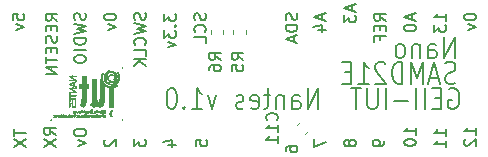
<source format=gbo>
G04 #@! TF.GenerationSoftware,KiCad,Pcbnew,(5.1.2)-2*
G04 #@! TF.CreationDate,2019-11-25T16:57:55+01:00*
G04 #@! TF.ProjectId,nanoSAMD21E18v1,6e616e6f-5341-44d4-9432-314531387631,rev?*
G04 #@! TF.SameCoordinates,Original*
G04 #@! TF.FileFunction,Legend,Bot*
G04 #@! TF.FilePolarity,Positive*
%FSLAX46Y46*%
G04 Gerber Fmt 4.6, Leading zero omitted, Abs format (unit mm)*
G04 Created by KiCad (PCBNEW (5.1.2)-2) date 2019-11-25 16:57:55*
%MOMM*%
%LPD*%
G04 APERTURE LIST*
%ADD10C,0.150000*%
%ADD11C,0.120000*%
%ADD12C,0.010000*%
G04 APERTURE END LIST*
D10*
X162557785Y-93946571D02*
X162343500Y-94032285D01*
X161986357Y-94032285D01*
X161843500Y-93946571D01*
X161772071Y-93860857D01*
X161700642Y-93689428D01*
X161700642Y-93518000D01*
X161772071Y-93346571D01*
X161843500Y-93260857D01*
X161986357Y-93175142D01*
X162272071Y-93089428D01*
X162414928Y-93003714D01*
X162486357Y-92918000D01*
X162557785Y-92746571D01*
X162557785Y-92575142D01*
X162486357Y-92403714D01*
X162414928Y-92318000D01*
X162272071Y-92232285D01*
X161914928Y-92232285D01*
X161700642Y-92318000D01*
X161129214Y-93518000D02*
X160414928Y-93518000D01*
X161272071Y-94032285D02*
X160772071Y-92232285D01*
X160272071Y-94032285D01*
X159772071Y-94032285D02*
X159772071Y-92232285D01*
X159272071Y-93518000D01*
X158772071Y-92232285D01*
X158772071Y-94032285D01*
X158057785Y-94032285D02*
X158057785Y-92232285D01*
X157700642Y-92232285D01*
X157486357Y-92318000D01*
X157343500Y-92489428D01*
X157272071Y-92660857D01*
X157200642Y-93003714D01*
X157200642Y-93260857D01*
X157272071Y-93603714D01*
X157343500Y-93775142D01*
X157486357Y-93946571D01*
X157700642Y-94032285D01*
X158057785Y-94032285D01*
X156629214Y-92403714D02*
X156557785Y-92318000D01*
X156414928Y-92232285D01*
X156057785Y-92232285D01*
X155914928Y-92318000D01*
X155843500Y-92403714D01*
X155772071Y-92575142D01*
X155772071Y-92746571D01*
X155843500Y-93003714D01*
X156700642Y-94032285D01*
X155772071Y-94032285D01*
X154343500Y-94032285D02*
X155200642Y-94032285D01*
X154772071Y-94032285D02*
X154772071Y-92232285D01*
X154914928Y-92489428D01*
X155057785Y-92660857D01*
X155200642Y-92746571D01*
X153700642Y-93089428D02*
X153200642Y-93089428D01*
X152986357Y-94032285D02*
X153700642Y-94032285D01*
X153700642Y-92232285D01*
X152986357Y-92232285D01*
X162030714Y-94477000D02*
X162173571Y-94391285D01*
X162387857Y-94391285D01*
X162602142Y-94477000D01*
X162745000Y-94648428D01*
X162816428Y-94819857D01*
X162887857Y-95162714D01*
X162887857Y-95419857D01*
X162816428Y-95762714D01*
X162745000Y-95934142D01*
X162602142Y-96105571D01*
X162387857Y-96191285D01*
X162245000Y-96191285D01*
X162030714Y-96105571D01*
X161959285Y-96019857D01*
X161959285Y-95419857D01*
X162245000Y-95419857D01*
X161316428Y-95248428D02*
X160816428Y-95248428D01*
X160602142Y-96191285D02*
X161316428Y-96191285D01*
X161316428Y-94391285D01*
X160602142Y-94391285D01*
X159959285Y-96191285D02*
X159959285Y-94391285D01*
X159245000Y-96191285D02*
X159245000Y-94391285D01*
X158530714Y-95505571D02*
X157387857Y-95505571D01*
X156673571Y-96191285D02*
X156673571Y-94391285D01*
X155959285Y-94391285D02*
X155959285Y-95848428D01*
X155887857Y-96019857D01*
X155816428Y-96105571D01*
X155673571Y-96191285D01*
X155387857Y-96191285D01*
X155245000Y-96105571D01*
X155173571Y-96019857D01*
X155102142Y-95848428D01*
X155102142Y-94391285D01*
X154602142Y-94391285D02*
X153745000Y-94391285D01*
X154173571Y-96191285D02*
X154173571Y-94391285D01*
X150959285Y-96191285D02*
X150959285Y-94391285D01*
X150102142Y-96191285D01*
X150102142Y-94391285D01*
X148745000Y-96191285D02*
X148745000Y-95248428D01*
X148816428Y-95077000D01*
X148959285Y-94991285D01*
X149245000Y-94991285D01*
X149387857Y-95077000D01*
X148745000Y-96105571D02*
X148887857Y-96191285D01*
X149245000Y-96191285D01*
X149387857Y-96105571D01*
X149459285Y-95934142D01*
X149459285Y-95762714D01*
X149387857Y-95591285D01*
X149245000Y-95505571D01*
X148887857Y-95505571D01*
X148745000Y-95419857D01*
X148030714Y-94991285D02*
X148030714Y-96191285D01*
X148030714Y-95162714D02*
X147959285Y-95077000D01*
X147816428Y-94991285D01*
X147602142Y-94991285D01*
X147459285Y-95077000D01*
X147387857Y-95248428D01*
X147387857Y-96191285D01*
X146887857Y-94991285D02*
X146316428Y-94991285D01*
X146673571Y-94391285D02*
X146673571Y-95934142D01*
X146602142Y-96105571D01*
X146459285Y-96191285D01*
X146316428Y-96191285D01*
X145245000Y-96105571D02*
X145387857Y-96191285D01*
X145673571Y-96191285D01*
X145816428Y-96105571D01*
X145887857Y-95934142D01*
X145887857Y-95248428D01*
X145816428Y-95077000D01*
X145673571Y-94991285D01*
X145387857Y-94991285D01*
X145245000Y-95077000D01*
X145173571Y-95248428D01*
X145173571Y-95419857D01*
X145887857Y-95591285D01*
X144602142Y-96105571D02*
X144459285Y-96191285D01*
X144173571Y-96191285D01*
X144030714Y-96105571D01*
X143959285Y-95934142D01*
X143959285Y-95848428D01*
X144030714Y-95677000D01*
X144173571Y-95591285D01*
X144387857Y-95591285D01*
X144530714Y-95505571D01*
X144602142Y-95334142D01*
X144602142Y-95248428D01*
X144530714Y-95077000D01*
X144387857Y-94991285D01*
X144173571Y-94991285D01*
X144030714Y-95077000D01*
X142316428Y-94991285D02*
X141959285Y-96191285D01*
X141602142Y-94991285D01*
X140245000Y-96191285D02*
X141102142Y-96191285D01*
X140673571Y-96191285D02*
X140673571Y-94391285D01*
X140816428Y-94648428D01*
X140959285Y-94819857D01*
X141102142Y-94905571D01*
X139602142Y-96019857D02*
X139530714Y-96105571D01*
X139602142Y-96191285D01*
X139673571Y-96105571D01*
X139602142Y-96019857D01*
X139602142Y-96191285D01*
X138602142Y-94391285D02*
X138459285Y-94391285D01*
X138316428Y-94477000D01*
X138245000Y-94562714D01*
X138173571Y-94734142D01*
X138102142Y-95077000D01*
X138102142Y-95505571D01*
X138173571Y-95848428D01*
X138245000Y-96019857D01*
X138316428Y-96105571D01*
X138459285Y-96191285D01*
X138602142Y-96191285D01*
X138745000Y-96105571D01*
X138816428Y-96019857D01*
X138887857Y-95848428D01*
X138959285Y-95505571D01*
X138959285Y-95077000D01*
X138887857Y-94734142D01*
X138816428Y-94562714D01*
X138745000Y-94477000D01*
X138602142Y-94391285D01*
X162486357Y-91873285D02*
X162486357Y-90073285D01*
X161629214Y-91873285D01*
X161629214Y-90073285D01*
X160272071Y-91873285D02*
X160272071Y-90930428D01*
X160343500Y-90759000D01*
X160486357Y-90673285D01*
X160772071Y-90673285D01*
X160914928Y-90759000D01*
X160272071Y-91787571D02*
X160414928Y-91873285D01*
X160772071Y-91873285D01*
X160914928Y-91787571D01*
X160986357Y-91616142D01*
X160986357Y-91444714D01*
X160914928Y-91273285D01*
X160772071Y-91187571D01*
X160414928Y-91187571D01*
X160272071Y-91101857D01*
X159557785Y-90673285D02*
X159557785Y-91873285D01*
X159557785Y-90844714D02*
X159486357Y-90759000D01*
X159343500Y-90673285D01*
X159129214Y-90673285D01*
X158986357Y-90759000D01*
X158914928Y-90930428D01*
X158914928Y-91873285D01*
X157986357Y-91873285D02*
X158129214Y-91787571D01*
X158200642Y-91701857D01*
X158272071Y-91530428D01*
X158272071Y-91016142D01*
X158200642Y-90844714D01*
X158129214Y-90759000D01*
X157986357Y-90673285D01*
X157772071Y-90673285D01*
X157629214Y-90759000D01*
X157557785Y-90844714D01*
X157486357Y-91016142D01*
X157486357Y-91530428D01*
X157557785Y-91701857D01*
X157629214Y-91787571D01*
X157772071Y-91873285D01*
X157986357Y-91873285D01*
X125182380Y-97917095D02*
X125182380Y-98488523D01*
X126182380Y-98202809D02*
X125182380Y-98202809D01*
X125182380Y-98726619D02*
X126182380Y-99393285D01*
X125182380Y-99393285D02*
X126182380Y-98726619D01*
X128722380Y-98385333D02*
X128246190Y-98052000D01*
X128722380Y-97813904D02*
X127722380Y-97813904D01*
X127722380Y-98194857D01*
X127770000Y-98290095D01*
X127817619Y-98337714D01*
X127912857Y-98385333D01*
X128055714Y-98385333D01*
X128150952Y-98337714D01*
X128198571Y-98290095D01*
X128246190Y-98194857D01*
X128246190Y-97813904D01*
X127722380Y-98718666D02*
X128722380Y-99385333D01*
X127722380Y-99385333D02*
X128722380Y-98718666D01*
X130262380Y-98075809D02*
X130262380Y-98266285D01*
X130310000Y-98361523D01*
X130405238Y-98456761D01*
X130595714Y-98504380D01*
X130929047Y-98504380D01*
X131119523Y-98456761D01*
X131214761Y-98361523D01*
X131262380Y-98266285D01*
X131262380Y-98075809D01*
X131214761Y-97980571D01*
X131119523Y-97885333D01*
X130929047Y-97837714D01*
X130595714Y-97837714D01*
X130405238Y-97885333D01*
X130310000Y-97980571D01*
X130262380Y-98075809D01*
X130595714Y-98837714D02*
X131262380Y-99075809D01*
X130595714Y-99313904D01*
X132897619Y-98774285D02*
X132850000Y-98821904D01*
X132802380Y-98917142D01*
X132802380Y-99155238D01*
X132850000Y-99250476D01*
X132897619Y-99298095D01*
X132992857Y-99345714D01*
X133088095Y-99345714D01*
X133230952Y-99298095D01*
X133802380Y-98726666D01*
X133802380Y-99345714D01*
X135342380Y-98726666D02*
X135342380Y-99345714D01*
X135723333Y-99012380D01*
X135723333Y-99155238D01*
X135770952Y-99250476D01*
X135818571Y-99298095D01*
X135913809Y-99345714D01*
X136151904Y-99345714D01*
X136247142Y-99298095D01*
X136294761Y-99250476D01*
X136342380Y-99155238D01*
X136342380Y-98869523D01*
X136294761Y-98774285D01*
X136247142Y-98726666D01*
X138215714Y-99250476D02*
X138882380Y-99250476D01*
X137834761Y-99012380D02*
X138549047Y-98774285D01*
X138549047Y-99393333D01*
X140549380Y-99298095D02*
X140549380Y-98821904D01*
X141025571Y-98774285D01*
X140977952Y-98821904D01*
X140930333Y-98917142D01*
X140930333Y-99155238D01*
X140977952Y-99250476D01*
X141025571Y-99298095D01*
X141120809Y-99345714D01*
X141358904Y-99345714D01*
X141454142Y-99298095D01*
X141501761Y-99250476D01*
X141549380Y-99155238D01*
X141549380Y-98917142D01*
X141501761Y-98821904D01*
X141454142Y-98774285D01*
X148169380Y-99758476D02*
X148169380Y-99568000D01*
X148217000Y-99472761D01*
X148264619Y-99425142D01*
X148407476Y-99329904D01*
X148597952Y-99282285D01*
X148978904Y-99282285D01*
X149074142Y-99329904D01*
X149121761Y-99377523D01*
X149169380Y-99472761D01*
X149169380Y-99663238D01*
X149121761Y-99758476D01*
X149074142Y-99806095D01*
X148978904Y-99853714D01*
X148740809Y-99853714D01*
X148645571Y-99806095D01*
X148597952Y-99758476D01*
X148550333Y-99663238D01*
X148550333Y-99472761D01*
X148597952Y-99377523D01*
X148645571Y-99329904D01*
X148740809Y-99282285D01*
X150582380Y-98726666D02*
X150582380Y-99393333D01*
X151582380Y-98964761D01*
X164282380Y-98361523D02*
X164282380Y-97790095D01*
X164282380Y-98075809D02*
X163282380Y-98075809D01*
X163425238Y-97980571D01*
X163520476Y-97885333D01*
X163568095Y-97790095D01*
X163377619Y-98742476D02*
X163330000Y-98790095D01*
X163282380Y-98885333D01*
X163282380Y-99123428D01*
X163330000Y-99218666D01*
X163377619Y-99266285D01*
X163472857Y-99313904D01*
X163568095Y-99313904D01*
X163710952Y-99266285D01*
X164282380Y-98694857D01*
X164282380Y-99313904D01*
X161742380Y-98488523D02*
X161742380Y-97917095D01*
X161742380Y-98202809D02*
X160742380Y-98202809D01*
X160885238Y-98107571D01*
X160980476Y-98012333D01*
X161028095Y-97917095D01*
X161742380Y-99440904D02*
X161742380Y-98869476D01*
X161742380Y-99155190D02*
X160742380Y-99155190D01*
X160885238Y-99059952D01*
X160980476Y-98964714D01*
X161028095Y-98869476D01*
X159202380Y-98361523D02*
X159202380Y-97790095D01*
X159202380Y-98075809D02*
X158202380Y-98075809D01*
X158345238Y-97980571D01*
X158440476Y-97885333D01*
X158488095Y-97790095D01*
X158202380Y-98980571D02*
X158202380Y-99075809D01*
X158250000Y-99171047D01*
X158297619Y-99218666D01*
X158392857Y-99266285D01*
X158583333Y-99313904D01*
X158821428Y-99313904D01*
X159011904Y-99266285D01*
X159107142Y-99218666D01*
X159154761Y-99171047D01*
X159202380Y-99075809D01*
X159202380Y-98980571D01*
X159154761Y-98885333D01*
X159107142Y-98837714D01*
X159011904Y-98790095D01*
X158821428Y-98742476D01*
X158583333Y-98742476D01*
X158392857Y-98790095D01*
X158297619Y-98837714D01*
X158250000Y-98885333D01*
X158202380Y-98980571D01*
X156535380Y-98869523D02*
X156535380Y-99060000D01*
X156487761Y-99155238D01*
X156440142Y-99202857D01*
X156297285Y-99298095D01*
X156106809Y-99345714D01*
X155725857Y-99345714D01*
X155630619Y-99298095D01*
X155583000Y-99250476D01*
X155535380Y-99155238D01*
X155535380Y-98964761D01*
X155583000Y-98869523D01*
X155630619Y-98821904D01*
X155725857Y-98774285D01*
X155963952Y-98774285D01*
X156059190Y-98821904D01*
X156106809Y-98869523D01*
X156154428Y-98964761D01*
X156154428Y-99155238D01*
X156106809Y-99250476D01*
X156059190Y-99298095D01*
X155963952Y-99345714D01*
X153550952Y-98964761D02*
X153503333Y-98869523D01*
X153455714Y-98821904D01*
X153360476Y-98774285D01*
X153312857Y-98774285D01*
X153217619Y-98821904D01*
X153170000Y-98869523D01*
X153122380Y-98964761D01*
X153122380Y-99155238D01*
X153170000Y-99250476D01*
X153217619Y-99298095D01*
X153312857Y-99345714D01*
X153360476Y-99345714D01*
X153455714Y-99298095D01*
X153503333Y-99250476D01*
X153550952Y-99155238D01*
X153550952Y-98964761D01*
X153598571Y-98869523D01*
X153646190Y-98821904D01*
X153741428Y-98774285D01*
X153931904Y-98774285D01*
X154027142Y-98821904D01*
X154074761Y-98869523D01*
X154122380Y-98964761D01*
X154122380Y-99155238D01*
X154074761Y-99250476D01*
X154027142Y-99298095D01*
X153931904Y-99345714D01*
X153741428Y-99345714D01*
X153646190Y-99298095D01*
X153598571Y-99250476D01*
X153550952Y-99155238D01*
X125055380Y-88630142D02*
X125055380Y-88153952D01*
X125531571Y-88106333D01*
X125483952Y-88153952D01*
X125436333Y-88249190D01*
X125436333Y-88487285D01*
X125483952Y-88582523D01*
X125531571Y-88630142D01*
X125626809Y-88677761D01*
X125864904Y-88677761D01*
X125960142Y-88630142D01*
X126007761Y-88582523D01*
X126055380Y-88487285D01*
X126055380Y-88249190D01*
X126007761Y-88153952D01*
X125960142Y-88106333D01*
X125388714Y-89011095D02*
X126055380Y-89249190D01*
X125388714Y-89487285D01*
X128849380Y-88701809D02*
X128373190Y-88368476D01*
X128849380Y-88130380D02*
X127849380Y-88130380D01*
X127849380Y-88511333D01*
X127897000Y-88606571D01*
X127944619Y-88654190D01*
X128039857Y-88701809D01*
X128182714Y-88701809D01*
X128277952Y-88654190D01*
X128325571Y-88606571D01*
X128373190Y-88511333D01*
X128373190Y-88130380D01*
X128325571Y-89130380D02*
X128325571Y-89463714D01*
X128849380Y-89606571D02*
X128849380Y-89130380D01*
X127849380Y-89130380D01*
X127849380Y-89606571D01*
X128801761Y-89987523D02*
X128849380Y-90130380D01*
X128849380Y-90368476D01*
X128801761Y-90463714D01*
X128754142Y-90511333D01*
X128658904Y-90558952D01*
X128563666Y-90558952D01*
X128468428Y-90511333D01*
X128420809Y-90463714D01*
X128373190Y-90368476D01*
X128325571Y-90178000D01*
X128277952Y-90082761D01*
X128230333Y-90035142D01*
X128135095Y-89987523D01*
X128039857Y-89987523D01*
X127944619Y-90035142D01*
X127897000Y-90082761D01*
X127849380Y-90178000D01*
X127849380Y-90416095D01*
X127897000Y-90558952D01*
X128325571Y-90987523D02*
X128325571Y-91320857D01*
X128849380Y-91463714D02*
X128849380Y-90987523D01*
X127849380Y-90987523D01*
X127849380Y-91463714D01*
X127849380Y-91749428D02*
X127849380Y-92320857D01*
X128849380Y-92035142D02*
X127849380Y-92035142D01*
X128849380Y-92654190D02*
X127849380Y-92654190D01*
X128849380Y-93225619D01*
X127849380Y-93225619D01*
X131214761Y-88050952D02*
X131262380Y-88193809D01*
X131262380Y-88431904D01*
X131214761Y-88527142D01*
X131167142Y-88574761D01*
X131071904Y-88622380D01*
X130976666Y-88622380D01*
X130881428Y-88574761D01*
X130833809Y-88527142D01*
X130786190Y-88431904D01*
X130738571Y-88241428D01*
X130690952Y-88146190D01*
X130643333Y-88098571D01*
X130548095Y-88050952D01*
X130452857Y-88050952D01*
X130357619Y-88098571D01*
X130310000Y-88146190D01*
X130262380Y-88241428D01*
X130262380Y-88479523D01*
X130310000Y-88622380D01*
X130262380Y-88955714D02*
X131262380Y-89193809D01*
X130548095Y-89384285D01*
X131262380Y-89574761D01*
X130262380Y-89812857D01*
X131262380Y-90193809D02*
X130262380Y-90193809D01*
X130262380Y-90431904D01*
X130310000Y-90574761D01*
X130405238Y-90670000D01*
X130500476Y-90717619D01*
X130690952Y-90765238D01*
X130833809Y-90765238D01*
X131024285Y-90717619D01*
X131119523Y-90670000D01*
X131214761Y-90574761D01*
X131262380Y-90431904D01*
X131262380Y-90193809D01*
X131262380Y-91193809D02*
X130262380Y-91193809D01*
X130262380Y-91860476D02*
X130262380Y-92050952D01*
X130310000Y-92146190D01*
X130405238Y-92241428D01*
X130595714Y-92289047D01*
X130929047Y-92289047D01*
X131119523Y-92241428D01*
X131214761Y-92146190D01*
X131262380Y-92050952D01*
X131262380Y-91860476D01*
X131214761Y-91765238D01*
X131119523Y-91670000D01*
X130929047Y-91622380D01*
X130595714Y-91622380D01*
X130405238Y-91670000D01*
X130310000Y-91765238D01*
X130262380Y-91860476D01*
X132802380Y-88344428D02*
X132802380Y-88439666D01*
X132850000Y-88534904D01*
X132897619Y-88582523D01*
X132992857Y-88630142D01*
X133183333Y-88677761D01*
X133421428Y-88677761D01*
X133611904Y-88630142D01*
X133707142Y-88582523D01*
X133754761Y-88534904D01*
X133802380Y-88439666D01*
X133802380Y-88344428D01*
X133754761Y-88249190D01*
X133707142Y-88201571D01*
X133611904Y-88153952D01*
X133421428Y-88106333D01*
X133183333Y-88106333D01*
X132992857Y-88153952D01*
X132897619Y-88201571D01*
X132850000Y-88249190D01*
X132802380Y-88344428D01*
X133135714Y-89011095D02*
X133802380Y-89249190D01*
X133135714Y-89487285D01*
X136294761Y-88035095D02*
X136342380Y-88177952D01*
X136342380Y-88416047D01*
X136294761Y-88511285D01*
X136247142Y-88558904D01*
X136151904Y-88606523D01*
X136056666Y-88606523D01*
X135961428Y-88558904D01*
X135913809Y-88511285D01*
X135866190Y-88416047D01*
X135818571Y-88225571D01*
X135770952Y-88130333D01*
X135723333Y-88082714D01*
X135628095Y-88035095D01*
X135532857Y-88035095D01*
X135437619Y-88082714D01*
X135390000Y-88130333D01*
X135342380Y-88225571D01*
X135342380Y-88463666D01*
X135390000Y-88606523D01*
X135342380Y-88939857D02*
X136342380Y-89177952D01*
X135628095Y-89368428D01*
X136342380Y-89558904D01*
X135342380Y-89797000D01*
X136247142Y-90749380D02*
X136294761Y-90701761D01*
X136342380Y-90558904D01*
X136342380Y-90463666D01*
X136294761Y-90320809D01*
X136199523Y-90225571D01*
X136104285Y-90177952D01*
X135913809Y-90130333D01*
X135770952Y-90130333D01*
X135580476Y-90177952D01*
X135485238Y-90225571D01*
X135390000Y-90320809D01*
X135342380Y-90463666D01*
X135342380Y-90558904D01*
X135390000Y-90701761D01*
X135437619Y-90749380D01*
X136342380Y-91654142D02*
X136342380Y-91177952D01*
X135342380Y-91177952D01*
X136342380Y-91987476D02*
X135342380Y-91987476D01*
X136342380Y-92558904D02*
X135770952Y-92130333D01*
X135342380Y-92558904D02*
X135913809Y-91987476D01*
X137882380Y-88106428D02*
X137882380Y-88725476D01*
X138263333Y-88392142D01*
X138263333Y-88535000D01*
X138310952Y-88630238D01*
X138358571Y-88677857D01*
X138453809Y-88725476D01*
X138691904Y-88725476D01*
X138787142Y-88677857D01*
X138834761Y-88630238D01*
X138882380Y-88535000D01*
X138882380Y-88249285D01*
X138834761Y-88154047D01*
X138787142Y-88106428D01*
X138787142Y-89154047D02*
X138834761Y-89201666D01*
X138882380Y-89154047D01*
X138834761Y-89106428D01*
X138787142Y-89154047D01*
X138882380Y-89154047D01*
X137882380Y-89535000D02*
X137882380Y-90154047D01*
X138263333Y-89820714D01*
X138263333Y-89963571D01*
X138310952Y-90058809D01*
X138358571Y-90106428D01*
X138453809Y-90154047D01*
X138691904Y-90154047D01*
X138787142Y-90106428D01*
X138834761Y-90058809D01*
X138882380Y-89963571D01*
X138882380Y-89677857D01*
X138834761Y-89582619D01*
X138787142Y-89535000D01*
X138215714Y-90487380D02*
X138882380Y-90725476D01*
X138215714Y-90963571D01*
X141374761Y-88090523D02*
X141422380Y-88233380D01*
X141422380Y-88471476D01*
X141374761Y-88566714D01*
X141327142Y-88614333D01*
X141231904Y-88661952D01*
X141136666Y-88661952D01*
X141041428Y-88614333D01*
X140993809Y-88566714D01*
X140946190Y-88471476D01*
X140898571Y-88281000D01*
X140850952Y-88185761D01*
X140803333Y-88138142D01*
X140708095Y-88090523D01*
X140612857Y-88090523D01*
X140517619Y-88138142D01*
X140470000Y-88185761D01*
X140422380Y-88281000D01*
X140422380Y-88519095D01*
X140470000Y-88661952D01*
X141327142Y-89661952D02*
X141374761Y-89614333D01*
X141422380Y-89471476D01*
X141422380Y-89376238D01*
X141374761Y-89233380D01*
X141279523Y-89138142D01*
X141184285Y-89090523D01*
X140993809Y-89042904D01*
X140850952Y-89042904D01*
X140660476Y-89090523D01*
X140565238Y-89138142D01*
X140470000Y-89233380D01*
X140422380Y-89376238D01*
X140422380Y-89471476D01*
X140470000Y-89614333D01*
X140517619Y-89661952D01*
X141422380Y-90566714D02*
X141422380Y-90090523D01*
X140422380Y-90090523D01*
X149121761Y-88066714D02*
X149169380Y-88209571D01*
X149169380Y-88447666D01*
X149121761Y-88542904D01*
X149074142Y-88590523D01*
X148978904Y-88638142D01*
X148883666Y-88638142D01*
X148788428Y-88590523D01*
X148740809Y-88542904D01*
X148693190Y-88447666D01*
X148645571Y-88257190D01*
X148597952Y-88161952D01*
X148550333Y-88114333D01*
X148455095Y-88066714D01*
X148359857Y-88066714D01*
X148264619Y-88114333D01*
X148217000Y-88161952D01*
X148169380Y-88257190D01*
X148169380Y-88495285D01*
X148217000Y-88638142D01*
X149169380Y-89066714D02*
X148169380Y-89066714D01*
X148169380Y-89304809D01*
X148217000Y-89447666D01*
X148312238Y-89542904D01*
X148407476Y-89590523D01*
X148597952Y-89638142D01*
X148740809Y-89638142D01*
X148931285Y-89590523D01*
X149026523Y-89542904D01*
X149121761Y-89447666D01*
X149169380Y-89304809D01*
X149169380Y-89066714D01*
X148883666Y-90019095D02*
X148883666Y-90495285D01*
X149169380Y-89923857D02*
X148169380Y-90257190D01*
X149169380Y-90590523D01*
X151296666Y-88185714D02*
X151296666Y-88661904D01*
X151582380Y-88090476D02*
X150582380Y-88423809D01*
X151582380Y-88757142D01*
X150915714Y-89519047D02*
X151582380Y-89519047D01*
X150534761Y-89280952D02*
X151249047Y-89042857D01*
X151249047Y-89661904D01*
X153836666Y-87423714D02*
X153836666Y-87899904D01*
X154122380Y-87328476D02*
X153122380Y-87661809D01*
X154122380Y-87995142D01*
X153122380Y-88233238D02*
X153122380Y-88852285D01*
X153503333Y-88518952D01*
X153503333Y-88661809D01*
X153550952Y-88757047D01*
X153598571Y-88804666D01*
X153693809Y-88852285D01*
X153931904Y-88852285D01*
X154027142Y-88804666D01*
X154074761Y-88757047D01*
X154122380Y-88661809D01*
X154122380Y-88376095D01*
X154074761Y-88280857D01*
X154027142Y-88233238D01*
X156662380Y-88709571D02*
X156186190Y-88376238D01*
X156662380Y-88138142D02*
X155662380Y-88138142D01*
X155662380Y-88519095D01*
X155710000Y-88614333D01*
X155757619Y-88661952D01*
X155852857Y-88709571D01*
X155995714Y-88709571D01*
X156090952Y-88661952D01*
X156138571Y-88614333D01*
X156186190Y-88519095D01*
X156186190Y-88138142D01*
X156138571Y-89138142D02*
X156138571Y-89471476D01*
X156662380Y-89614333D02*
X156662380Y-89138142D01*
X155662380Y-89138142D01*
X155662380Y-89614333D01*
X156138571Y-90376238D02*
X156138571Y-90042904D01*
X156662380Y-90042904D02*
X155662380Y-90042904D01*
X155662380Y-90519095D01*
X158916666Y-88185714D02*
X158916666Y-88661904D01*
X159202380Y-88090476D02*
X158202380Y-88423809D01*
X159202380Y-88757142D01*
X158202380Y-89280952D02*
X158202380Y-89376190D01*
X158250000Y-89471428D01*
X158297619Y-89519047D01*
X158392857Y-89566666D01*
X158583333Y-89614285D01*
X158821428Y-89614285D01*
X159011904Y-89566666D01*
X159107142Y-89519047D01*
X159154761Y-89471428D01*
X159202380Y-89376190D01*
X159202380Y-89280952D01*
X159154761Y-89185714D01*
X159107142Y-89138095D01*
X159011904Y-89090476D01*
X158821428Y-89042857D01*
X158583333Y-89042857D01*
X158392857Y-89090476D01*
X158297619Y-89138095D01*
X158250000Y-89185714D01*
X158202380Y-89280952D01*
X161742380Y-88709523D02*
X161742380Y-88138095D01*
X161742380Y-88423809D02*
X160742380Y-88423809D01*
X160885238Y-88328571D01*
X160980476Y-88233333D01*
X161028095Y-88138095D01*
X160742380Y-89042857D02*
X160742380Y-89661904D01*
X161123333Y-89328571D01*
X161123333Y-89471428D01*
X161170952Y-89566666D01*
X161218571Y-89614285D01*
X161313809Y-89661904D01*
X161551904Y-89661904D01*
X161647142Y-89614285D01*
X161694761Y-89566666D01*
X161742380Y-89471428D01*
X161742380Y-89185714D01*
X161694761Y-89090476D01*
X161647142Y-89042857D01*
X163282380Y-88344428D02*
X163282380Y-88439666D01*
X163330000Y-88534904D01*
X163377619Y-88582523D01*
X163472857Y-88630142D01*
X163663333Y-88677761D01*
X163901428Y-88677761D01*
X164091904Y-88630142D01*
X164187142Y-88582523D01*
X164234761Y-88534904D01*
X164282380Y-88439666D01*
X164282380Y-88344428D01*
X164234761Y-88249190D01*
X164187142Y-88201571D01*
X164091904Y-88153952D01*
X163901428Y-88106333D01*
X163663333Y-88106333D01*
X163472857Y-88153952D01*
X163377619Y-88201571D01*
X163330000Y-88249190D01*
X163282380Y-88344428D01*
X163615714Y-89011095D02*
X164282380Y-89249190D01*
X163615714Y-89487285D01*
D11*
X142877000Y-89490733D02*
X142877000Y-89833267D01*
X141857000Y-89490733D02*
X141857000Y-89833267D01*
X144782000Y-89490733D02*
X144782000Y-89833267D01*
X143762000Y-89490733D02*
X143762000Y-89833267D01*
D12*
G36*
X128270000Y-92662375D02*
G01*
X128285875Y-92678250D01*
X128301750Y-92662375D01*
X128285875Y-92646500D01*
X128270000Y-92662375D01*
X128270000Y-92662375D01*
G37*
X128270000Y-92662375D02*
X128285875Y-92678250D01*
X128301750Y-92662375D01*
X128285875Y-92646500D01*
X128270000Y-92662375D01*
G36*
X134313414Y-92665951D02*
G01*
X134318375Y-92678250D01*
X134346906Y-92708538D01*
X134351999Y-92710000D01*
X134365636Y-92685435D01*
X134366000Y-92678250D01*
X134341593Y-92647720D01*
X134332377Y-92646500D01*
X134313414Y-92665951D01*
X134313414Y-92665951D01*
G37*
X134313414Y-92665951D02*
X134318375Y-92678250D01*
X134346906Y-92708538D01*
X134351999Y-92710000D01*
X134365636Y-92685435D01*
X134366000Y-92678250D01*
X134341593Y-92647720D01*
X134332377Y-92646500D01*
X134313414Y-92665951D01*
G36*
X129969272Y-93350255D02*
G01*
X129885648Y-93359747D01*
X129843392Y-93374247D01*
X129842282Y-93375687D01*
X129858235Y-93405683D01*
X129917046Y-93459620D01*
X130007663Y-93527883D01*
X130052152Y-93558250D01*
X130280987Y-93710125D01*
X129809875Y-93746309D01*
X130103563Y-93752029D01*
X130231282Y-93753144D01*
X130330929Y-93751401D01*
X130388538Y-93747179D01*
X130397250Y-93744038D01*
X130373103Y-93720908D01*
X130308544Y-93670713D01*
X130215398Y-93602493D01*
X130168854Y-93569413D01*
X129940458Y-93408500D01*
X130168854Y-93408500D01*
X130285198Y-93404407D01*
X130365866Y-93393394D01*
X130397214Y-93377358D01*
X130397250Y-93376750D01*
X130368500Y-93361702D01*
X130293879Y-93351495D01*
X130190835Y-93346163D01*
X130076817Y-93345738D01*
X129969272Y-93350255D01*
X129969272Y-93350255D01*
G37*
X129969272Y-93350255D02*
X129885648Y-93359747D01*
X129843392Y-93374247D01*
X129842282Y-93375687D01*
X129858235Y-93405683D01*
X129917046Y-93459620D01*
X130007663Y-93527883D01*
X130052152Y-93558250D01*
X130280987Y-93710125D01*
X129809875Y-93746309D01*
X130103563Y-93752029D01*
X130231282Y-93753144D01*
X130330929Y-93751401D01*
X130388538Y-93747179D01*
X130397250Y-93744038D01*
X130373103Y-93720908D01*
X130308544Y-93670713D01*
X130215398Y-93602493D01*
X130168854Y-93569413D01*
X129940458Y-93408500D01*
X130168854Y-93408500D01*
X130285198Y-93404407D01*
X130365866Y-93393394D01*
X130397214Y-93377358D01*
X130397250Y-93376750D01*
X130368500Y-93361702D01*
X130293879Y-93351495D01*
X130190835Y-93346163D01*
X130076817Y-93345738D01*
X129969272Y-93350255D01*
G36*
X133137728Y-92916965D02*
G01*
X133061600Y-92957066D01*
X132976319Y-93024214D01*
X132896654Y-93106755D01*
X132837376Y-93193036D01*
X132836757Y-93194222D01*
X132772597Y-93378912D01*
X132766495Y-93561125D01*
X132813364Y-93731674D01*
X132908117Y-93881368D01*
X133045668Y-94001019D01*
X133220932Y-94081437D01*
X133342017Y-94107025D01*
X133426027Y-94119718D01*
X133464996Y-94129743D01*
X133453188Y-94134587D01*
X133397351Y-94149843D01*
X133381750Y-94170500D01*
X133408450Y-94196104D01*
X133477448Y-94199615D01*
X133572098Y-94182551D01*
X133675752Y-94146428D01*
X133683375Y-94143015D01*
X133849953Y-94034574D01*
X133860883Y-94022149D01*
X133720217Y-94022149D01*
X133720020Y-94028926D01*
X133685245Y-94057623D01*
X133639800Y-94086370D01*
X133593551Y-94106427D01*
X133566085Y-94111084D01*
X133574896Y-94095425D01*
X133610482Y-94074592D01*
X133667500Y-94046049D01*
X133720217Y-94022149D01*
X133860883Y-94022149D01*
X133983218Y-93883082D01*
X134006308Y-93837125D01*
X133937375Y-93837125D01*
X133860404Y-93924437D01*
X133798351Y-93990784D01*
X133768220Y-94011384D01*
X133762750Y-94001409D01*
X133784049Y-93975883D01*
X133836624Y-93926067D01*
X133850063Y-93914096D01*
X133937375Y-93837125D01*
X134006308Y-93837125D01*
X134022261Y-93805375D01*
X133953250Y-93805375D01*
X133937375Y-93821250D01*
X133921500Y-93805375D01*
X133937375Y-93789500D01*
X133953250Y-93805375D01*
X134022261Y-93805375D01*
X134054167Y-93741875D01*
X133985000Y-93741875D01*
X133969125Y-93757750D01*
X133953250Y-93741875D01*
X133969125Y-93726000D01*
X133985000Y-93741875D01*
X134054167Y-93741875D01*
X134073539Y-93703322D01*
X134111282Y-93510074D01*
X134111823Y-93485593D01*
X134099972Y-93384552D01*
X134069374Y-93267093D01*
X134027926Y-93156453D01*
X133983526Y-93075867D01*
X133966044Y-93056692D01*
X133918030Y-93029771D01*
X133903127Y-93052486D01*
X133922034Y-93119869D01*
X133949008Y-93177933D01*
X134006321Y-93336480D01*
X134025088Y-93520633D01*
X134021970Y-93614875D01*
X134013663Y-93675348D01*
X133996659Y-93679542D01*
X133982871Y-93662500D01*
X133953020Y-93633770D01*
X133923814Y-93657630D01*
X133911920Y-93675860D01*
X133776822Y-93850358D01*
X133626480Y-93968117D01*
X133464931Y-94027093D01*
X133296215Y-94025242D01*
X133246046Y-94012893D01*
X133155716Y-93971519D01*
X133057767Y-93905187D01*
X132967851Y-93827508D01*
X132901625Y-93752094D01*
X132874743Y-93692554D01*
X132874716Y-93690047D01*
X132884519Y-93670870D01*
X132907306Y-93700868D01*
X132951140Y-93739680D01*
X132993217Y-93735097D01*
X133010847Y-93696761D01*
X133000169Y-93661413D01*
X132964001Y-93532678D01*
X132980199Y-93398488D01*
X133040251Y-93271451D01*
X133066146Y-93242331D01*
X132920344Y-93242331D01*
X132905405Y-93297627D01*
X132883542Y-93384608D01*
X132870073Y-93492765D01*
X132868993Y-93513754D01*
X132864924Y-93586484D01*
X132859219Y-93598819D01*
X132850526Y-93554298D01*
X132846758Y-93454280D01*
X132856512Y-93356974D01*
X132878330Y-93279877D01*
X132904704Y-93234545D01*
X132906634Y-93233174D01*
X132920344Y-93242331D01*
X133066146Y-93242331D01*
X133135647Y-93164175D01*
X133257875Y-93089268D01*
X133398425Y-93059340D01*
X133406644Y-93059249D01*
X133526332Y-93080414D01*
X133643705Y-93135973D01*
X133742900Y-93214026D01*
X133808053Y-93302673D01*
X133825008Y-93373094D01*
X133813986Y-93382662D01*
X133788240Y-93341905D01*
X133780628Y-93325261D01*
X133731211Y-93244399D01*
X133666803Y-93178348D01*
X133604119Y-93141343D01*
X133566011Y-93142481D01*
X133568334Y-93173731D01*
X133605614Y-93233642D01*
X133634685Y-93269262D01*
X133713229Y-93401454D01*
X133730085Y-93544805D01*
X133685757Y-93689645D01*
X133637626Y-93752844D01*
X133572489Y-93805177D01*
X133507973Y-93836554D01*
X133461705Y-93836884D01*
X133451392Y-93823798D01*
X133414725Y-93797692D01*
X133360787Y-93789500D01*
X133284289Y-93766407D01*
X133200468Y-93707839D01*
X133188808Y-93696692D01*
X133121177Y-93617485D01*
X133096724Y-93561451D01*
X133118327Y-93536192D01*
X133127750Y-93535500D01*
X133154032Y-93509068D01*
X133159500Y-93475517D01*
X133186724Y-93380599D01*
X133256621Y-93311134D01*
X133351535Y-93272773D01*
X133453806Y-93271164D01*
X133545776Y-93311955D01*
X133576341Y-93342167D01*
X133621491Y-93430226D01*
X133634385Y-93527248D01*
X133612644Y-93606583D01*
X133601234Y-93620816D01*
X133584553Y-93660104D01*
X133600033Y-93675922D01*
X133630519Y-93667226D01*
X133655051Y-93614295D01*
X133669513Y-93536369D01*
X133669792Y-93452687D01*
X133659034Y-93400066D01*
X133595314Y-93295186D01*
X133500601Y-93233647D01*
X133390675Y-93215839D01*
X133281317Y-93242158D01*
X133188309Y-93312996D01*
X133142284Y-93387187D01*
X133112684Y-93442731D01*
X133098196Y-93441066D01*
X133097243Y-93430438D01*
X133086259Y-93388776D01*
X133064064Y-93394242D01*
X133042304Y-93434721D01*
X133032619Y-93497686D01*
X133048201Y-93578831D01*
X133086812Y-93668062D01*
X133136541Y-93744421D01*
X133185478Y-93786948D01*
X133198721Y-93789986D01*
X133216494Y-93800092D01*
X133191516Y-93820414D01*
X133164005Y-93858328D01*
X133192548Y-93894926D01*
X133269858Y-93924439D01*
X133338219Y-93936543D01*
X133477551Y-93925594D01*
X133610421Y-93867035D01*
X133645985Y-93837125D01*
X133286500Y-93837125D01*
X133270625Y-93853000D01*
X133254750Y-93837125D01*
X133270625Y-93821250D01*
X133286500Y-93837125D01*
X133645985Y-93837125D01*
X133722422Y-93772842D01*
X133799150Y-93654993D01*
X133826250Y-93530804D01*
X133841065Y-93458650D01*
X133873875Y-93440250D01*
X133912842Y-93416018D01*
X133917719Y-93352188D01*
X133889546Y-93262056D01*
X133854801Y-93196948D01*
X133743772Y-93075199D01*
X133621615Y-93011625D01*
X133159500Y-93011625D01*
X133143625Y-93027500D01*
X133127750Y-93011625D01*
X133111875Y-93011625D01*
X133034904Y-93098937D01*
X132972851Y-93165284D01*
X132942720Y-93185884D01*
X132937250Y-93175909D01*
X132958549Y-93150383D01*
X133011124Y-93100567D01*
X133024563Y-93088596D01*
X133111875Y-93011625D01*
X133127750Y-93011625D01*
X133143625Y-92995750D01*
X133159500Y-93011625D01*
X133621615Y-93011625D01*
X133593657Y-92997075D01*
X133416079Y-92967975D01*
X133364797Y-92969233D01*
X133274455Y-92971489D01*
X133219370Y-92966028D01*
X133210602Y-92958256D01*
X133201620Y-92924929D01*
X133189936Y-92915562D01*
X133137728Y-92916965D01*
X133137728Y-92916965D01*
G37*
X133137728Y-92916965D02*
X133061600Y-92957066D01*
X132976319Y-93024214D01*
X132896654Y-93106755D01*
X132837376Y-93193036D01*
X132836757Y-93194222D01*
X132772597Y-93378912D01*
X132766495Y-93561125D01*
X132813364Y-93731674D01*
X132908117Y-93881368D01*
X133045668Y-94001019D01*
X133220932Y-94081437D01*
X133342017Y-94107025D01*
X133426027Y-94119718D01*
X133464996Y-94129743D01*
X133453188Y-94134587D01*
X133397351Y-94149843D01*
X133381750Y-94170500D01*
X133408450Y-94196104D01*
X133477448Y-94199615D01*
X133572098Y-94182551D01*
X133675752Y-94146428D01*
X133683375Y-94143015D01*
X133849953Y-94034574D01*
X133860883Y-94022149D01*
X133720217Y-94022149D01*
X133720020Y-94028926D01*
X133685245Y-94057623D01*
X133639800Y-94086370D01*
X133593551Y-94106427D01*
X133566085Y-94111084D01*
X133574896Y-94095425D01*
X133610482Y-94074592D01*
X133667500Y-94046049D01*
X133720217Y-94022149D01*
X133860883Y-94022149D01*
X133983218Y-93883082D01*
X134006308Y-93837125D01*
X133937375Y-93837125D01*
X133860404Y-93924437D01*
X133798351Y-93990784D01*
X133768220Y-94011384D01*
X133762750Y-94001409D01*
X133784049Y-93975883D01*
X133836624Y-93926067D01*
X133850063Y-93914096D01*
X133937375Y-93837125D01*
X134006308Y-93837125D01*
X134022261Y-93805375D01*
X133953250Y-93805375D01*
X133937375Y-93821250D01*
X133921500Y-93805375D01*
X133937375Y-93789500D01*
X133953250Y-93805375D01*
X134022261Y-93805375D01*
X134054167Y-93741875D01*
X133985000Y-93741875D01*
X133969125Y-93757750D01*
X133953250Y-93741875D01*
X133969125Y-93726000D01*
X133985000Y-93741875D01*
X134054167Y-93741875D01*
X134073539Y-93703322D01*
X134111282Y-93510074D01*
X134111823Y-93485593D01*
X134099972Y-93384552D01*
X134069374Y-93267093D01*
X134027926Y-93156453D01*
X133983526Y-93075867D01*
X133966044Y-93056692D01*
X133918030Y-93029771D01*
X133903127Y-93052486D01*
X133922034Y-93119869D01*
X133949008Y-93177933D01*
X134006321Y-93336480D01*
X134025088Y-93520633D01*
X134021970Y-93614875D01*
X134013663Y-93675348D01*
X133996659Y-93679542D01*
X133982871Y-93662500D01*
X133953020Y-93633770D01*
X133923814Y-93657630D01*
X133911920Y-93675860D01*
X133776822Y-93850358D01*
X133626480Y-93968117D01*
X133464931Y-94027093D01*
X133296215Y-94025242D01*
X133246046Y-94012893D01*
X133155716Y-93971519D01*
X133057767Y-93905187D01*
X132967851Y-93827508D01*
X132901625Y-93752094D01*
X132874743Y-93692554D01*
X132874716Y-93690047D01*
X132884519Y-93670870D01*
X132907306Y-93700868D01*
X132951140Y-93739680D01*
X132993217Y-93735097D01*
X133010847Y-93696761D01*
X133000169Y-93661413D01*
X132964001Y-93532678D01*
X132980199Y-93398488D01*
X133040251Y-93271451D01*
X133066146Y-93242331D01*
X132920344Y-93242331D01*
X132905405Y-93297627D01*
X132883542Y-93384608D01*
X132870073Y-93492765D01*
X132868993Y-93513754D01*
X132864924Y-93586484D01*
X132859219Y-93598819D01*
X132850526Y-93554298D01*
X132846758Y-93454280D01*
X132856512Y-93356974D01*
X132878330Y-93279877D01*
X132904704Y-93234545D01*
X132906634Y-93233174D01*
X132920344Y-93242331D01*
X133066146Y-93242331D01*
X133135647Y-93164175D01*
X133257875Y-93089268D01*
X133398425Y-93059340D01*
X133406644Y-93059249D01*
X133526332Y-93080414D01*
X133643705Y-93135973D01*
X133742900Y-93214026D01*
X133808053Y-93302673D01*
X133825008Y-93373094D01*
X133813986Y-93382662D01*
X133788240Y-93341905D01*
X133780628Y-93325261D01*
X133731211Y-93244399D01*
X133666803Y-93178348D01*
X133604119Y-93141343D01*
X133566011Y-93142481D01*
X133568334Y-93173731D01*
X133605614Y-93233642D01*
X133634685Y-93269262D01*
X133713229Y-93401454D01*
X133730085Y-93544805D01*
X133685757Y-93689645D01*
X133637626Y-93752844D01*
X133572489Y-93805177D01*
X133507973Y-93836554D01*
X133461705Y-93836884D01*
X133451392Y-93823798D01*
X133414725Y-93797692D01*
X133360787Y-93789500D01*
X133284289Y-93766407D01*
X133200468Y-93707839D01*
X133188808Y-93696692D01*
X133121177Y-93617485D01*
X133096724Y-93561451D01*
X133118327Y-93536192D01*
X133127750Y-93535500D01*
X133154032Y-93509068D01*
X133159500Y-93475517D01*
X133186724Y-93380599D01*
X133256621Y-93311134D01*
X133351535Y-93272773D01*
X133453806Y-93271164D01*
X133545776Y-93311955D01*
X133576341Y-93342167D01*
X133621491Y-93430226D01*
X133634385Y-93527248D01*
X133612644Y-93606583D01*
X133601234Y-93620816D01*
X133584553Y-93660104D01*
X133600033Y-93675922D01*
X133630519Y-93667226D01*
X133655051Y-93614295D01*
X133669513Y-93536369D01*
X133669792Y-93452687D01*
X133659034Y-93400066D01*
X133595314Y-93295186D01*
X133500601Y-93233647D01*
X133390675Y-93215839D01*
X133281317Y-93242158D01*
X133188309Y-93312996D01*
X133142284Y-93387187D01*
X133112684Y-93442731D01*
X133098196Y-93441066D01*
X133097243Y-93430438D01*
X133086259Y-93388776D01*
X133064064Y-93394242D01*
X133042304Y-93434721D01*
X133032619Y-93497686D01*
X133048201Y-93578831D01*
X133086812Y-93668062D01*
X133136541Y-93744421D01*
X133185478Y-93786948D01*
X133198721Y-93789986D01*
X133216494Y-93800092D01*
X133191516Y-93820414D01*
X133164005Y-93858328D01*
X133192548Y-93894926D01*
X133269858Y-93924439D01*
X133338219Y-93936543D01*
X133477551Y-93925594D01*
X133610421Y-93867035D01*
X133645985Y-93837125D01*
X133286500Y-93837125D01*
X133270625Y-93853000D01*
X133254750Y-93837125D01*
X133270625Y-93821250D01*
X133286500Y-93837125D01*
X133645985Y-93837125D01*
X133722422Y-93772842D01*
X133799150Y-93654993D01*
X133826250Y-93530804D01*
X133841065Y-93458650D01*
X133873875Y-93440250D01*
X133912842Y-93416018D01*
X133917719Y-93352188D01*
X133889546Y-93262056D01*
X133854801Y-93196948D01*
X133743772Y-93075199D01*
X133621615Y-93011625D01*
X133159500Y-93011625D01*
X133143625Y-93027500D01*
X133127750Y-93011625D01*
X133111875Y-93011625D01*
X133034904Y-93098937D01*
X132972851Y-93165284D01*
X132942720Y-93185884D01*
X132937250Y-93175909D01*
X132958549Y-93150383D01*
X133011124Y-93100567D01*
X133024563Y-93088596D01*
X133111875Y-93011625D01*
X133127750Y-93011625D01*
X133143625Y-92995750D01*
X133159500Y-93011625D01*
X133621615Y-93011625D01*
X133593657Y-92997075D01*
X133416079Y-92967975D01*
X133364797Y-92969233D01*
X133274455Y-92971489D01*
X133219370Y-92966028D01*
X133210602Y-92958256D01*
X133201620Y-92924929D01*
X133189936Y-92915562D01*
X133137728Y-92916965D01*
G36*
X130301828Y-93863361D02*
G01*
X130201862Y-93896414D01*
X130198813Y-93897575D01*
X130044250Y-93956849D01*
X129939487Y-93998064D01*
X129874913Y-94025575D01*
X129840917Y-94043739D01*
X129827887Y-94056913D01*
X129826095Y-94066526D01*
X129853883Y-94088141D01*
X129927554Y-94124165D01*
X130033079Y-94167966D01*
X130072157Y-94182868D01*
X130191096Y-94227278D01*
X130289289Y-94263947D01*
X130349737Y-94286527D01*
X130357563Y-94289452D01*
X130393299Y-94283255D01*
X130397250Y-94269751D01*
X130370274Y-94237089D01*
X130317875Y-94215287D01*
X130265317Y-94192335D01*
X130242751Y-94145301D01*
X130238500Y-94071127D01*
X130239500Y-94060277D01*
X130206750Y-94060277D01*
X130203512Y-94131256D01*
X130181295Y-94152995D01*
X130121342Y-94138668D01*
X130103563Y-94132765D01*
X130026158Y-94103161D01*
X129977298Y-94077678D01*
X129975462Y-94076165D01*
X129986287Y-94052748D01*
X130042499Y-94019262D01*
X130078649Y-94003677D01*
X130206750Y-93953358D01*
X130206750Y-94060277D01*
X130239500Y-94060277D01*
X130246629Y-93982953D01*
X130278840Y-93933348D01*
X130317875Y-93910722D01*
X130386919Y-93873656D01*
X130402098Y-93852837D01*
X130371154Y-93849121D01*
X130301828Y-93863361D01*
X130301828Y-93863361D01*
G37*
X130301828Y-93863361D02*
X130201862Y-93896414D01*
X130198813Y-93897575D01*
X130044250Y-93956849D01*
X129939487Y-93998064D01*
X129874913Y-94025575D01*
X129840917Y-94043739D01*
X129827887Y-94056913D01*
X129826095Y-94066526D01*
X129853883Y-94088141D01*
X129927554Y-94124165D01*
X130033079Y-94167966D01*
X130072157Y-94182868D01*
X130191096Y-94227278D01*
X130289289Y-94263947D01*
X130349737Y-94286527D01*
X130357563Y-94289452D01*
X130393299Y-94283255D01*
X130397250Y-94269751D01*
X130370274Y-94237089D01*
X130317875Y-94215287D01*
X130265317Y-94192335D01*
X130242751Y-94145301D01*
X130238500Y-94071127D01*
X130239500Y-94060277D01*
X130206750Y-94060277D01*
X130203512Y-94131256D01*
X130181295Y-94152995D01*
X130121342Y-94138668D01*
X130103563Y-94132765D01*
X130026158Y-94103161D01*
X129977298Y-94077678D01*
X129975462Y-94076165D01*
X129986287Y-94052748D01*
X130042499Y-94019262D01*
X130078649Y-94003677D01*
X130206750Y-93953358D01*
X130206750Y-94060277D01*
X130239500Y-94060277D01*
X130246629Y-93982953D01*
X130278840Y-93933348D01*
X130317875Y-93910722D01*
X130386919Y-93873656D01*
X130402098Y-93852837D01*
X130371154Y-93849121D01*
X130301828Y-93863361D01*
G36*
X129985742Y-94363447D02*
G01*
X129888335Y-94370004D01*
X129833410Y-94379489D01*
X129826285Y-94384812D01*
X129851322Y-94411796D01*
X129917702Y-94463406D01*
X130013112Y-94530314D01*
X130056472Y-94559158D01*
X130286125Y-94709691D01*
X130055938Y-94709970D01*
X129939093Y-94714174D01*
X129857852Y-94725207D01*
X129825817Y-94741178D01*
X129825750Y-94742000D01*
X129855723Y-94757213D01*
X129938691Y-94768065D01*
X130064232Y-94773398D01*
X130111500Y-94773750D01*
X130237334Y-94770868D01*
X130334895Y-94763151D01*
X130390021Y-94751986D01*
X130397250Y-94745729D01*
X130372422Y-94716494D01*
X130306497Y-94663792D01*
X130212319Y-94597663D01*
X130184070Y-94579041D01*
X129970890Y-94440375D01*
X130184070Y-94430986D01*
X130312373Y-94420896D01*
X130380429Y-94406499D01*
X130391097Y-94390555D01*
X130347235Y-94375819D01*
X130251703Y-94365049D01*
X130111500Y-94361000D01*
X129985742Y-94363447D01*
X129985742Y-94363447D01*
G37*
X129985742Y-94363447D02*
X129888335Y-94370004D01*
X129833410Y-94379489D01*
X129826285Y-94384812D01*
X129851322Y-94411796D01*
X129917702Y-94463406D01*
X130013112Y-94530314D01*
X130056472Y-94559158D01*
X130286125Y-94709691D01*
X130055938Y-94709970D01*
X129939093Y-94714174D01*
X129857852Y-94725207D01*
X129825817Y-94741178D01*
X129825750Y-94742000D01*
X129855723Y-94757213D01*
X129938691Y-94768065D01*
X130064232Y-94773398D01*
X130111500Y-94773750D01*
X130237334Y-94770868D01*
X130334895Y-94763151D01*
X130390021Y-94751986D01*
X130397250Y-94745729D01*
X130372422Y-94716494D01*
X130306497Y-94663792D01*
X130212319Y-94597663D01*
X130184070Y-94579041D01*
X129970890Y-94440375D01*
X130184070Y-94430986D01*
X130312373Y-94420896D01*
X130380429Y-94406499D01*
X130391097Y-94390555D01*
X130347235Y-94375819D01*
X130251703Y-94365049D01*
X130111500Y-94361000D01*
X129985742Y-94363447D01*
G36*
X129840909Y-94834659D02*
G01*
X129829550Y-94911902D01*
X129825750Y-95011875D01*
X129830237Y-95119718D01*
X129842120Y-95193553D01*
X129857500Y-95218250D01*
X129881368Y-95191078D01*
X129889250Y-95138875D01*
X129891957Y-95099508D01*
X129908715Y-95075936D01*
X129952479Y-95064110D01*
X130036205Y-95059981D01*
X130143250Y-95059500D01*
X130269038Y-95055786D01*
X130357431Y-95045649D01*
X130396404Y-95030590D01*
X130397250Y-95027750D01*
X130367544Y-95012026D01*
X130286443Y-95000977D01*
X130165973Y-94996105D01*
X130143250Y-94996000D01*
X129889250Y-94996000D01*
X129889250Y-94900750D01*
X129880054Y-94833871D01*
X129857896Y-94805507D01*
X129857500Y-94805500D01*
X129840909Y-94834659D01*
X129840909Y-94834659D01*
G37*
X129840909Y-94834659D02*
X129829550Y-94911902D01*
X129825750Y-95011875D01*
X129830237Y-95119718D01*
X129842120Y-95193553D01*
X129857500Y-95218250D01*
X129881368Y-95191078D01*
X129889250Y-95138875D01*
X129891957Y-95099508D01*
X129908715Y-95075936D01*
X129952479Y-95064110D01*
X130036205Y-95059981D01*
X130143250Y-95059500D01*
X130269038Y-95055786D01*
X130357431Y-95045649D01*
X130396404Y-95030590D01*
X130397250Y-95027750D01*
X130367544Y-95012026D01*
X130286443Y-95000977D01*
X130165973Y-94996105D01*
X130143250Y-94996000D01*
X129889250Y-94996000D01*
X129889250Y-94900750D01*
X129880054Y-94833871D01*
X129857896Y-94805507D01*
X129857500Y-94805500D01*
X129840909Y-94834659D01*
G36*
X129825750Y-95426498D02*
G01*
X129830808Y-95529189D01*
X129844999Y-95580456D01*
X129857500Y-95583375D01*
X129877795Y-95541745D01*
X129888670Y-95462782D01*
X129889250Y-95438626D01*
X129893212Y-95357947D01*
X129914212Y-95322384D01*
X129965922Y-95313641D01*
X129982761Y-95313500D01*
X130039571Y-95318096D01*
X130069016Y-95343032D01*
X130082780Y-95405025D01*
X130088163Y-95464312D01*
X130100055Y-95615125D01*
X130105778Y-95464312D01*
X130111442Y-95373418D01*
X130127895Y-95329184D01*
X130167962Y-95314804D01*
X130220886Y-95313500D01*
X130287040Y-95316809D01*
X130320799Y-95337909D01*
X130335637Y-95393559D01*
X130342163Y-95464312D01*
X130348917Y-95545957D01*
X130353050Y-95572325D01*
X130356016Y-95540794D01*
X130359269Y-95448747D01*
X130359778Y-95432562D01*
X130365500Y-95250000D01*
X129825750Y-95250000D01*
X129825750Y-95426498D01*
X129825750Y-95426498D01*
G37*
X129825750Y-95426498D02*
X129830808Y-95529189D01*
X129844999Y-95580456D01*
X129857500Y-95583375D01*
X129877795Y-95541745D01*
X129888670Y-95462782D01*
X129889250Y-95438626D01*
X129893212Y-95357947D01*
X129914212Y-95322384D01*
X129965922Y-95313641D01*
X129982761Y-95313500D01*
X130039571Y-95318096D01*
X130069016Y-95343032D01*
X130082780Y-95405025D01*
X130088163Y-95464312D01*
X130100055Y-95615125D01*
X130105778Y-95464312D01*
X130111442Y-95373418D01*
X130127895Y-95329184D01*
X130167962Y-95314804D01*
X130220886Y-95313500D01*
X130287040Y-95316809D01*
X130320799Y-95337909D01*
X130335637Y-95393559D01*
X130342163Y-95464312D01*
X130348917Y-95545957D01*
X130353050Y-95572325D01*
X130356016Y-95540794D01*
X130359269Y-95448747D01*
X130359778Y-95432562D01*
X130365500Y-95250000D01*
X129825750Y-95250000D01*
X129825750Y-95426498D01*
G36*
X133223000Y-95980250D02*
G01*
X133572250Y-95980250D01*
X133572250Y-94392750D01*
X133223000Y-94392750D01*
X133223000Y-95980250D01*
X133223000Y-95980250D01*
G37*
X133223000Y-95980250D02*
X133572250Y-95980250D01*
X133572250Y-94392750D01*
X133223000Y-94392750D01*
X133223000Y-95980250D01*
G36*
X129825750Y-95837375D02*
G01*
X129830970Y-95933005D01*
X129844434Y-95996433D01*
X129857500Y-96012000D01*
X129875612Y-95983444D01*
X129887108Y-95910434D01*
X129889250Y-95853250D01*
X129891331Y-95759273D01*
X129904127Y-95712411D01*
X129937464Y-95696282D01*
X129984500Y-95694500D01*
X130040886Y-95697968D01*
X130069004Y-95719293D01*
X130078681Y-95774855D01*
X130079750Y-95853250D01*
X130079750Y-96012000D01*
X130365500Y-96012000D01*
X130359778Y-95829437D01*
X130356384Y-95729501D01*
X130353462Y-95690417D01*
X130349558Y-95709563D01*
X130343218Y-95784321D01*
X130342163Y-95797687D01*
X130332599Y-95888536D01*
X130313806Y-95932786D01*
X130272307Y-95947194D01*
X130220886Y-95948500D01*
X130153673Y-95945351D01*
X130121846Y-95924385D01*
X130112173Y-95868321D01*
X130111500Y-95805625D01*
X130111500Y-95662750D01*
X129825750Y-95662750D01*
X129825750Y-95837375D01*
X129825750Y-95837375D01*
G37*
X129825750Y-95837375D02*
X129830970Y-95933005D01*
X129844434Y-95996433D01*
X129857500Y-96012000D01*
X129875612Y-95983444D01*
X129887108Y-95910434D01*
X129889250Y-95853250D01*
X129891331Y-95759273D01*
X129904127Y-95712411D01*
X129937464Y-95696282D01*
X129984500Y-95694500D01*
X130040886Y-95697968D01*
X130069004Y-95719293D01*
X130078681Y-95774855D01*
X130079750Y-95853250D01*
X130079750Y-96012000D01*
X130365500Y-96012000D01*
X130359778Y-95829437D01*
X130356384Y-95729501D01*
X130353462Y-95690417D01*
X130349558Y-95709563D01*
X130343218Y-95784321D01*
X130342163Y-95797687D01*
X130332599Y-95888536D01*
X130313806Y-95932786D01*
X130272307Y-95947194D01*
X130220886Y-95948500D01*
X130153673Y-95945351D01*
X130121846Y-95924385D01*
X130112173Y-95868321D01*
X130111500Y-95805625D01*
X130111500Y-95662750D01*
X129825750Y-95662750D01*
X129825750Y-95837375D01*
G36*
X130905250Y-94107000D02*
G01*
X130683000Y-94107000D01*
X130683000Y-94424500D01*
X130910294Y-94424500D01*
X130899835Y-95009307D01*
X130895707Y-95216863D01*
X130890999Y-95371018D01*
X130884470Y-95481868D01*
X130874880Y-95559510D01*
X130860989Y-95614040D01*
X130841559Y-95655554D01*
X130815819Y-95693513D01*
X130771019Y-95764632D01*
X130751960Y-95816629D01*
X130752613Y-95823963D01*
X130784021Y-95857239D01*
X130852213Y-95906863D01*
X130896430Y-95934605D01*
X131029897Y-96014195D01*
X131111133Y-95891438D01*
X131159717Y-95811413D01*
X131196074Y-95731171D01*
X131221918Y-95639905D01*
X131238964Y-95526808D01*
X131248930Y-95381073D01*
X131253529Y-95191892D01*
X131254500Y-94988272D01*
X131254500Y-94424500D01*
X131476750Y-94424500D01*
X131476750Y-94107000D01*
X131254500Y-94107000D01*
X131254500Y-93376750D01*
X130905250Y-93376750D01*
X130905250Y-94107000D01*
X130905250Y-94107000D01*
G37*
X130905250Y-94107000D02*
X130683000Y-94107000D01*
X130683000Y-94424500D01*
X130910294Y-94424500D01*
X130899835Y-95009307D01*
X130895707Y-95216863D01*
X130890999Y-95371018D01*
X130884470Y-95481868D01*
X130874880Y-95559510D01*
X130860989Y-95614040D01*
X130841559Y-95655554D01*
X130815819Y-95693513D01*
X130771019Y-95764632D01*
X130751960Y-95816629D01*
X130752613Y-95823963D01*
X130784021Y-95857239D01*
X130852213Y-95906863D01*
X130896430Y-95934605D01*
X131029897Y-96014195D01*
X131111133Y-95891438D01*
X131159717Y-95811413D01*
X131196074Y-95731171D01*
X131221918Y-95639905D01*
X131238964Y-95526808D01*
X131248930Y-95381073D01*
X131253529Y-95191892D01*
X131254500Y-94988272D01*
X131254500Y-94424500D01*
X131476750Y-94424500D01*
X131476750Y-94107000D01*
X131254500Y-94107000D01*
X131254500Y-93376750D01*
X130905250Y-93376750D01*
X130905250Y-94107000D01*
G36*
X132620926Y-93137898D02*
G01*
X132588711Y-93185486D01*
X132558363Y-93275545D01*
X132535271Y-93387141D01*
X132524825Y-93499343D01*
X132524678Y-93511687D01*
X132515549Y-93597032D01*
X132486194Y-93629755D01*
X132476875Y-93630750D01*
X132463230Y-93637570D01*
X132452412Y-93662273D01*
X132444108Y-93711225D01*
X132438002Y-93790788D01*
X132433779Y-93907327D01*
X132431124Y-94067207D01*
X132429722Y-94276792D01*
X132429259Y-94542446D01*
X132429250Y-94592775D01*
X132428916Y-94880481D01*
X132427350Y-95110587D01*
X132423707Y-95288988D01*
X132417143Y-95421583D01*
X132406815Y-95514268D01*
X132391876Y-95572942D01*
X132371483Y-95603501D01*
X132344791Y-95611843D01*
X132310957Y-95603866D01*
X132285982Y-95593293D01*
X132246306Y-95571264D01*
X132214724Y-95540700D01*
X132190322Y-95494703D01*
X132172186Y-95426376D01*
X132159402Y-95328824D01*
X132151055Y-95195147D01*
X132146232Y-95018450D01*
X132144019Y-94791836D01*
X132143500Y-94518256D01*
X132143500Y-93630750D01*
X131794250Y-93630750D01*
X131794250Y-94552519D01*
X131793627Y-94842031D01*
X131791178Y-95075446D01*
X131786031Y-95260158D01*
X131777317Y-95403565D01*
X131764165Y-95513060D01*
X131745705Y-95596039D01*
X131721065Y-95659899D01*
X131689376Y-95712033D01*
X131652492Y-95756838D01*
X131634093Y-95788520D01*
X131647926Y-95821251D01*
X131702546Y-95866663D01*
X131764068Y-95908554D01*
X131919732Y-96011483D01*
X132057414Y-95825257D01*
X132159017Y-95902753D01*
X132286495Y-95965842D01*
X132425355Y-95979456D01*
X132554990Y-95943073D01*
X132600228Y-95913946D01*
X132653672Y-95868810D01*
X132695236Y-95822070D01*
X132726407Y-95765425D01*
X132748672Y-95690575D01*
X132763516Y-95589221D01*
X132772427Y-95453061D01*
X132776891Y-95273795D01*
X132778394Y-95043124D01*
X132778500Y-94918476D01*
X132778501Y-94171049D01*
X132671594Y-94030994D01*
X132606593Y-93935388D01*
X132557909Y-93844899D01*
X132543049Y-93804723D01*
X132529189Y-93728874D01*
X132535976Y-93709118D01*
X132557353Y-93743938D01*
X132582240Y-93814543D01*
X132666939Y-93991616D01*
X132801079Y-94142444D01*
X132973367Y-94259318D01*
X133172510Y-94334527D01*
X133381750Y-94360379D01*
X133510856Y-94350583D01*
X133638254Y-94324422D01*
X133753325Y-94286736D01*
X133845452Y-94242366D01*
X133904017Y-94196152D01*
X133918403Y-94152936D01*
X133895258Y-94126278D01*
X133854560Y-94130484D01*
X133777883Y-94158590D01*
X133715252Y-94187905D01*
X133520559Y-94255123D01*
X133327207Y-94265908D01*
X133142940Y-94226752D01*
X132975502Y-94144144D01*
X132832637Y-94024577D01*
X132722091Y-93874541D01*
X132651607Y-93700527D01*
X132628930Y-93509026D01*
X132661804Y-93306529D01*
X132662191Y-93305273D01*
X132685722Y-93199259D01*
X132678760Y-93138299D01*
X132642562Y-93127496D01*
X132620926Y-93137898D01*
X132620926Y-93137898D01*
G37*
X132620926Y-93137898D02*
X132588711Y-93185486D01*
X132558363Y-93275545D01*
X132535271Y-93387141D01*
X132524825Y-93499343D01*
X132524678Y-93511687D01*
X132515549Y-93597032D01*
X132486194Y-93629755D01*
X132476875Y-93630750D01*
X132463230Y-93637570D01*
X132452412Y-93662273D01*
X132444108Y-93711225D01*
X132438002Y-93790788D01*
X132433779Y-93907327D01*
X132431124Y-94067207D01*
X132429722Y-94276792D01*
X132429259Y-94542446D01*
X132429250Y-94592775D01*
X132428916Y-94880481D01*
X132427350Y-95110587D01*
X132423707Y-95288988D01*
X132417143Y-95421583D01*
X132406815Y-95514268D01*
X132391876Y-95572942D01*
X132371483Y-95603501D01*
X132344791Y-95611843D01*
X132310957Y-95603866D01*
X132285982Y-95593293D01*
X132246306Y-95571264D01*
X132214724Y-95540700D01*
X132190322Y-95494703D01*
X132172186Y-95426376D01*
X132159402Y-95328824D01*
X132151055Y-95195147D01*
X132146232Y-95018450D01*
X132144019Y-94791836D01*
X132143500Y-94518256D01*
X132143500Y-93630750D01*
X131794250Y-93630750D01*
X131794250Y-94552519D01*
X131793627Y-94842031D01*
X131791178Y-95075446D01*
X131786031Y-95260158D01*
X131777317Y-95403565D01*
X131764165Y-95513060D01*
X131745705Y-95596039D01*
X131721065Y-95659899D01*
X131689376Y-95712033D01*
X131652492Y-95756838D01*
X131634093Y-95788520D01*
X131647926Y-95821251D01*
X131702546Y-95866663D01*
X131764068Y-95908554D01*
X131919732Y-96011483D01*
X132057414Y-95825257D01*
X132159017Y-95902753D01*
X132286495Y-95965842D01*
X132425355Y-95979456D01*
X132554990Y-95943073D01*
X132600228Y-95913946D01*
X132653672Y-95868810D01*
X132695236Y-95822070D01*
X132726407Y-95765425D01*
X132748672Y-95690575D01*
X132763516Y-95589221D01*
X132772427Y-95453061D01*
X132776891Y-95273795D01*
X132778394Y-95043124D01*
X132778500Y-94918476D01*
X132778501Y-94171049D01*
X132671594Y-94030994D01*
X132606593Y-93935388D01*
X132557909Y-93844899D01*
X132543049Y-93804723D01*
X132529189Y-93728874D01*
X132535976Y-93709118D01*
X132557353Y-93743938D01*
X132582240Y-93814543D01*
X132666939Y-93991616D01*
X132801079Y-94142444D01*
X132973367Y-94259318D01*
X133172510Y-94334527D01*
X133381750Y-94360379D01*
X133510856Y-94350583D01*
X133638254Y-94324422D01*
X133753325Y-94286736D01*
X133845452Y-94242366D01*
X133904017Y-94196152D01*
X133918403Y-94152936D01*
X133895258Y-94126278D01*
X133854560Y-94130484D01*
X133777883Y-94158590D01*
X133715252Y-94187905D01*
X133520559Y-94255123D01*
X133327207Y-94265908D01*
X133142940Y-94226752D01*
X132975502Y-94144144D01*
X132832637Y-94024577D01*
X132722091Y-93874541D01*
X132651607Y-93700527D01*
X132628930Y-93509026D01*
X132661804Y-93306529D01*
X132662191Y-93305273D01*
X132685722Y-93199259D01*
X132678760Y-93138299D01*
X132642562Y-93127496D01*
X132620926Y-93137898D01*
G36*
X131709584Y-96213083D02*
G01*
X131713942Y-96231958D01*
X131730750Y-96234250D01*
X131756884Y-96222633D01*
X131751917Y-96213083D01*
X131714237Y-96209283D01*
X131709584Y-96213083D01*
X131709584Y-96213083D01*
G37*
X131709584Y-96213083D02*
X131713942Y-96231958D01*
X131730750Y-96234250D01*
X131756884Y-96222633D01*
X131751917Y-96213083D01*
X131714237Y-96209283D01*
X131709584Y-96213083D01*
G36*
X130873500Y-96281875D02*
G01*
X130889375Y-96297750D01*
X130905250Y-96281875D01*
X130889375Y-96266000D01*
X130873500Y-96281875D01*
X130873500Y-96281875D01*
G37*
X130873500Y-96281875D02*
X130889375Y-96297750D01*
X130905250Y-96281875D01*
X130889375Y-96266000D01*
X130873500Y-96281875D01*
G36*
X132154084Y-96276583D02*
G01*
X132158442Y-96295458D01*
X132175250Y-96297750D01*
X132201384Y-96286133D01*
X132196417Y-96276583D01*
X132158737Y-96272783D01*
X132154084Y-96276583D01*
X132154084Y-96276583D01*
G37*
X132154084Y-96276583D02*
X132158442Y-96295458D01*
X132175250Y-96297750D01*
X132201384Y-96286133D01*
X132196417Y-96276583D01*
X132158737Y-96272783D01*
X132154084Y-96276583D01*
G36*
X132588000Y-96281875D02*
G01*
X132603875Y-96297750D01*
X132619750Y-96281875D01*
X132603875Y-96266000D01*
X132588000Y-96281875D01*
X132588000Y-96281875D01*
G37*
X132588000Y-96281875D02*
X132603875Y-96297750D01*
X132619750Y-96281875D01*
X132603875Y-96266000D01*
X132588000Y-96281875D01*
G36*
X130196935Y-96345044D02*
G01*
X130172176Y-96379222D01*
X130197472Y-96413351D01*
X130262313Y-96428506D01*
X130349625Y-96432262D01*
X130254375Y-96456500D01*
X130159125Y-96480737D01*
X130262313Y-96484493D01*
X130333724Y-96480469D01*
X130361628Y-96451821D01*
X130365500Y-96408875D01*
X130361260Y-96385409D01*
X130319980Y-96385409D01*
X130288771Y-96390493D01*
X130247591Y-96384655D01*
X130247099Y-96373817D01*
X130289593Y-96366238D01*
X130307954Y-96371311D01*
X130319980Y-96385409D01*
X130361260Y-96385409D01*
X130355249Y-96352147D01*
X130311671Y-96331395D01*
X130270250Y-96329500D01*
X130196935Y-96345044D01*
X130196935Y-96345044D01*
G37*
X130196935Y-96345044D02*
X130172176Y-96379222D01*
X130197472Y-96413351D01*
X130262313Y-96428506D01*
X130349625Y-96432262D01*
X130254375Y-96456500D01*
X130159125Y-96480737D01*
X130262313Y-96484493D01*
X130333724Y-96480469D01*
X130361628Y-96451821D01*
X130365500Y-96408875D01*
X130361260Y-96385409D01*
X130319980Y-96385409D01*
X130288771Y-96390493D01*
X130247591Y-96384655D01*
X130247099Y-96373817D01*
X130289593Y-96366238D01*
X130307954Y-96371311D01*
X130319980Y-96385409D01*
X130361260Y-96385409D01*
X130355249Y-96352147D01*
X130311671Y-96331395D01*
X130270250Y-96329500D01*
X130196935Y-96345044D01*
G36*
X130435901Y-96359894D02*
G01*
X130433324Y-96400937D01*
X130439811Y-96464864D01*
X130479430Y-96486853D01*
X130508375Y-96488250D01*
X130565965Y-96477632D01*
X130583738Y-96432854D01*
X130583427Y-96400937D01*
X130579098Y-96346434D01*
X130572302Y-96352390D01*
X130565343Y-96385062D01*
X130538270Y-96440882D01*
X130508375Y-96456500D01*
X130469415Y-96429514D01*
X130451408Y-96385062D01*
X130441351Y-96343187D01*
X130435901Y-96359894D01*
X130435901Y-96359894D01*
G37*
X130435901Y-96359894D02*
X130433324Y-96400937D01*
X130439811Y-96464864D01*
X130479430Y-96486853D01*
X130508375Y-96488250D01*
X130565965Y-96477632D01*
X130583738Y-96432854D01*
X130583427Y-96400937D01*
X130579098Y-96346434D01*
X130572302Y-96352390D01*
X130565343Y-96385062D01*
X130538270Y-96440882D01*
X130508375Y-96456500D01*
X130469415Y-96429514D01*
X130451408Y-96385062D01*
X130441351Y-96343187D01*
X130435901Y-96359894D01*
G36*
X130884819Y-96364332D02*
G01*
X130883248Y-96369791D01*
X130878600Y-96438953D01*
X130884425Y-96465041D01*
X130894848Y-96466097D01*
X130899104Y-96416393D01*
X130899061Y-96408875D01*
X130894483Y-96359632D01*
X130884819Y-96364332D01*
X130884819Y-96364332D01*
G37*
X130884819Y-96364332D02*
X130883248Y-96369791D01*
X130878600Y-96438953D01*
X130884425Y-96465041D01*
X130894848Y-96466097D01*
X130899104Y-96416393D01*
X130899061Y-96408875D01*
X130894483Y-96359632D01*
X130884819Y-96364332D01*
G36*
X131066507Y-96289812D02*
G01*
X131037496Y-96321036D01*
X130992563Y-96329986D01*
X130949713Y-96337951D01*
X130957140Y-96353798D01*
X130994362Y-96401917D01*
X131009020Y-96440625D01*
X131021230Y-96477906D01*
X131028516Y-96456841D01*
X131031732Y-96424750D01*
X131038580Y-96345375D01*
X131064000Y-96424750D01*
X131082652Y-96478186D01*
X131090049Y-96472946D01*
X131092586Y-96432687D01*
X131111526Y-96377222D01*
X131172072Y-96361265D01*
X131175125Y-96361250D01*
X131238177Y-96379003D01*
X131252687Y-96417598D01*
X131216988Y-96455034D01*
X131183063Y-96465842D01*
X131141188Y-96475899D01*
X131157895Y-96481349D01*
X131198938Y-96483926D01*
X131262865Y-96477439D01*
X131284854Y-96437820D01*
X131286250Y-96408875D01*
X131275595Y-96351579D01*
X131230796Y-96331100D01*
X131193646Y-96329500D01*
X131122054Y-96317289D01*
X131085028Y-96289812D01*
X131070683Y-96266415D01*
X131066507Y-96289812D01*
X131066507Y-96289812D01*
G37*
X131066507Y-96289812D02*
X131037496Y-96321036D01*
X130992563Y-96329986D01*
X130949713Y-96337951D01*
X130957140Y-96353798D01*
X130994362Y-96401917D01*
X131009020Y-96440625D01*
X131021230Y-96477906D01*
X131028516Y-96456841D01*
X131031732Y-96424750D01*
X131038580Y-96345375D01*
X131064000Y-96424750D01*
X131082652Y-96478186D01*
X131090049Y-96472946D01*
X131092586Y-96432687D01*
X131111526Y-96377222D01*
X131172072Y-96361265D01*
X131175125Y-96361250D01*
X131238177Y-96379003D01*
X131252687Y-96417598D01*
X131216988Y-96455034D01*
X131183063Y-96465842D01*
X131141188Y-96475899D01*
X131157895Y-96481349D01*
X131198938Y-96483926D01*
X131262865Y-96477439D01*
X131284854Y-96437820D01*
X131286250Y-96408875D01*
X131275595Y-96351579D01*
X131230796Y-96331100D01*
X131193646Y-96329500D01*
X131122054Y-96317289D01*
X131085028Y-96289812D01*
X131070683Y-96266415D01*
X131066507Y-96289812D01*
G36*
X131339935Y-96345044D02*
G01*
X131315176Y-96379222D01*
X131340472Y-96413351D01*
X131405313Y-96428506D01*
X131492625Y-96432262D01*
X131397375Y-96456500D01*
X131302125Y-96480737D01*
X131405313Y-96484493D01*
X131476724Y-96480469D01*
X131504628Y-96451821D01*
X131508500Y-96408875D01*
X131503926Y-96383561D01*
X131456927Y-96383561D01*
X131413250Y-96387986D01*
X131368177Y-96382997D01*
X131373563Y-96371972D01*
X131438566Y-96367779D01*
X131452938Y-96371972D01*
X131456927Y-96383561D01*
X131503926Y-96383561D01*
X131498249Y-96352147D01*
X131454671Y-96331395D01*
X131413250Y-96329500D01*
X131339935Y-96345044D01*
X131339935Y-96345044D01*
G37*
X131339935Y-96345044D02*
X131315176Y-96379222D01*
X131340472Y-96413351D01*
X131405313Y-96428506D01*
X131492625Y-96432262D01*
X131397375Y-96456500D01*
X131302125Y-96480737D01*
X131405313Y-96484493D01*
X131476724Y-96480469D01*
X131504628Y-96451821D01*
X131508500Y-96408875D01*
X131503926Y-96383561D01*
X131456927Y-96383561D01*
X131413250Y-96387986D01*
X131368177Y-96382997D01*
X131373563Y-96371972D01*
X131438566Y-96367779D01*
X131452938Y-96371972D01*
X131456927Y-96383561D01*
X131503926Y-96383561D01*
X131498249Y-96352147D01*
X131454671Y-96331395D01*
X131413250Y-96329500D01*
X131339935Y-96345044D01*
G36*
X131608646Y-96270914D02*
G01*
X131578101Y-96298644D01*
X131572014Y-96368666D01*
X131572000Y-96377125D01*
X131576915Y-96451604D01*
X131604645Y-96482149D01*
X131674667Y-96488236D01*
X131683125Y-96488250D01*
X131757605Y-96483335D01*
X131788150Y-96455605D01*
X131790832Y-96424750D01*
X131762500Y-96424750D01*
X131735329Y-96448617D01*
X131683125Y-96456500D01*
X131623457Y-96445631D01*
X131603750Y-96424750D01*
X131630922Y-96400882D01*
X131683125Y-96393000D01*
X131742794Y-96403868D01*
X131762500Y-96424750D01*
X131790832Y-96424750D01*
X131794237Y-96385583D01*
X131794250Y-96377125D01*
X131791108Y-96329500D01*
X131762500Y-96329500D01*
X131735329Y-96353367D01*
X131683125Y-96361250D01*
X131623457Y-96350381D01*
X131603750Y-96329500D01*
X131630922Y-96305632D01*
X131683125Y-96297750D01*
X131742794Y-96308618D01*
X131762500Y-96329500D01*
X131791108Y-96329500D01*
X131789336Y-96302645D01*
X131761606Y-96272100D01*
X131691584Y-96266013D01*
X131683125Y-96266000D01*
X131608646Y-96270914D01*
X131608646Y-96270914D01*
G37*
X131608646Y-96270914D02*
X131578101Y-96298644D01*
X131572014Y-96368666D01*
X131572000Y-96377125D01*
X131576915Y-96451604D01*
X131604645Y-96482149D01*
X131674667Y-96488236D01*
X131683125Y-96488250D01*
X131757605Y-96483335D01*
X131788150Y-96455605D01*
X131790832Y-96424750D01*
X131762500Y-96424750D01*
X131735329Y-96448617D01*
X131683125Y-96456500D01*
X131623457Y-96445631D01*
X131603750Y-96424750D01*
X131630922Y-96400882D01*
X131683125Y-96393000D01*
X131742794Y-96403868D01*
X131762500Y-96424750D01*
X131790832Y-96424750D01*
X131794237Y-96385583D01*
X131794250Y-96377125D01*
X131791108Y-96329500D01*
X131762500Y-96329500D01*
X131735329Y-96353367D01*
X131683125Y-96361250D01*
X131623457Y-96350381D01*
X131603750Y-96329500D01*
X131630922Y-96305632D01*
X131683125Y-96297750D01*
X131742794Y-96308618D01*
X131762500Y-96329500D01*
X131791108Y-96329500D01*
X131789336Y-96302645D01*
X131761606Y-96272100D01*
X131691584Y-96266013D01*
X131683125Y-96266000D01*
X131608646Y-96270914D01*
G36*
X131943185Y-96345044D02*
G01*
X131918426Y-96379222D01*
X131943722Y-96413351D01*
X132008563Y-96428506D01*
X132095875Y-96432262D01*
X132000625Y-96456500D01*
X131905375Y-96480737D01*
X132008563Y-96484493D01*
X132079974Y-96480469D01*
X132107878Y-96451821D01*
X132111750Y-96408875D01*
X132107176Y-96383561D01*
X132060177Y-96383561D01*
X132016500Y-96387986D01*
X131971427Y-96382997D01*
X131976813Y-96371972D01*
X132041816Y-96367779D01*
X132056188Y-96371972D01*
X132060177Y-96383561D01*
X132107176Y-96383561D01*
X132101499Y-96352147D01*
X132057921Y-96331395D01*
X132016500Y-96329500D01*
X131943185Y-96345044D01*
X131943185Y-96345044D01*
G37*
X131943185Y-96345044D02*
X131918426Y-96379222D01*
X131943722Y-96413351D01*
X132008563Y-96428506D01*
X132095875Y-96432262D01*
X132000625Y-96456500D01*
X131905375Y-96480737D01*
X132008563Y-96484493D01*
X132079974Y-96480469D01*
X132107878Y-96451821D01*
X132111750Y-96408875D01*
X132107176Y-96383561D01*
X132060177Y-96383561D01*
X132016500Y-96387986D01*
X131971427Y-96382997D01*
X131976813Y-96371972D01*
X132041816Y-96367779D01*
X132056188Y-96371972D01*
X132060177Y-96383561D01*
X132107176Y-96383561D01*
X132101499Y-96352147D01*
X132057921Y-96331395D01*
X132016500Y-96329500D01*
X131943185Y-96345044D01*
G36*
X132186569Y-96364332D02*
G01*
X132184998Y-96369791D01*
X132180350Y-96438953D01*
X132186175Y-96465041D01*
X132196598Y-96466097D01*
X132200854Y-96416393D01*
X132200811Y-96408875D01*
X132196233Y-96359632D01*
X132186569Y-96364332D01*
X132186569Y-96364332D01*
G37*
X132186569Y-96364332D02*
X132184998Y-96369791D01*
X132180350Y-96438953D01*
X132186175Y-96465041D01*
X132196598Y-96466097D01*
X132200854Y-96416393D01*
X132200811Y-96408875D01*
X132196233Y-96359632D01*
X132186569Y-96364332D01*
G36*
X132266939Y-96337073D02*
G01*
X132243719Y-96371963D01*
X132243074Y-96416812D01*
X132247403Y-96471315D01*
X132254199Y-96465359D01*
X132261158Y-96432687D01*
X132295650Y-96373534D01*
X132334000Y-96361250D01*
X132388303Y-96389178D01*
X132406843Y-96432687D01*
X132416900Y-96474562D01*
X132422350Y-96457855D01*
X132424927Y-96416812D01*
X132419726Y-96354995D01*
X132382797Y-96332126D01*
X132334000Y-96329500D01*
X132266939Y-96337073D01*
X132266939Y-96337073D01*
G37*
X132266939Y-96337073D02*
X132243719Y-96371963D01*
X132243074Y-96416812D01*
X132247403Y-96471315D01*
X132254199Y-96465359D01*
X132261158Y-96432687D01*
X132295650Y-96373534D01*
X132334000Y-96361250D01*
X132388303Y-96389178D01*
X132406843Y-96432687D01*
X132416900Y-96474562D01*
X132422350Y-96457855D01*
X132424927Y-96416812D01*
X132419726Y-96354995D01*
X132382797Y-96332126D01*
X132334000Y-96329500D01*
X132266939Y-96337073D01*
G36*
X132482935Y-96345044D02*
G01*
X132458176Y-96379222D01*
X132483472Y-96413351D01*
X132548313Y-96428506D01*
X132635625Y-96432262D01*
X132540375Y-96456500D01*
X132445125Y-96480737D01*
X132548313Y-96484493D01*
X132619724Y-96480469D01*
X132647628Y-96451821D01*
X132651500Y-96408875D01*
X132646926Y-96383561D01*
X132599927Y-96383561D01*
X132556250Y-96387986D01*
X132511177Y-96382997D01*
X132516563Y-96371972D01*
X132581566Y-96367779D01*
X132595938Y-96371972D01*
X132599927Y-96383561D01*
X132646926Y-96383561D01*
X132641249Y-96352147D01*
X132597671Y-96331395D01*
X132556250Y-96329500D01*
X132482935Y-96345044D01*
X132482935Y-96345044D01*
G37*
X132482935Y-96345044D02*
X132458176Y-96379222D01*
X132483472Y-96413351D01*
X132548313Y-96428506D01*
X132635625Y-96432262D01*
X132540375Y-96456500D01*
X132445125Y-96480737D01*
X132548313Y-96484493D01*
X132619724Y-96480469D01*
X132647628Y-96451821D01*
X132651500Y-96408875D01*
X132646926Y-96383561D01*
X132599927Y-96383561D01*
X132556250Y-96387986D01*
X132511177Y-96382997D01*
X132516563Y-96371972D01*
X132581566Y-96367779D01*
X132595938Y-96371972D01*
X132599927Y-96383561D01*
X132646926Y-96383561D01*
X132641249Y-96352147D01*
X132597671Y-96331395D01*
X132556250Y-96329500D01*
X132482935Y-96345044D01*
G36*
X132786438Y-96271081D02*
G01*
X132712016Y-96274775D01*
X132698573Y-96278687D01*
X132743640Y-96285600D01*
X132770563Y-96288967D01*
X132843371Y-96306909D01*
X132871103Y-96346162D01*
X132873750Y-96379136D01*
X132858041Y-96440354D01*
X132810250Y-96456500D01*
X132755725Y-96441148D01*
X132754558Y-96409134D01*
X132802313Y-96383136D01*
X132820080Y-96371967D01*
X132777599Y-96365269D01*
X132770563Y-96364933D01*
X132705107Y-96373273D01*
X132683667Y-96413411D01*
X132683250Y-96424750D01*
X132695681Y-96468515D01*
X132744209Y-96486174D01*
X132794375Y-96488250D01*
X132868855Y-96483335D01*
X132899400Y-96455605D01*
X132905487Y-96385583D01*
X132905500Y-96377125D01*
X132901463Y-96304616D01*
X132876791Y-96274528D01*
X132812640Y-96270078D01*
X132786438Y-96271081D01*
X132786438Y-96271081D01*
G37*
X132786438Y-96271081D02*
X132712016Y-96274775D01*
X132698573Y-96278687D01*
X132743640Y-96285600D01*
X132770563Y-96288967D01*
X132843371Y-96306909D01*
X132871103Y-96346162D01*
X132873750Y-96379136D01*
X132858041Y-96440354D01*
X132810250Y-96456500D01*
X132755725Y-96441148D01*
X132754558Y-96409134D01*
X132802313Y-96383136D01*
X132820080Y-96371967D01*
X132777599Y-96365269D01*
X132770563Y-96364933D01*
X132705107Y-96373273D01*
X132683667Y-96413411D01*
X132683250Y-96424750D01*
X132695681Y-96468515D01*
X132744209Y-96486174D01*
X132794375Y-96488250D01*
X132868855Y-96483335D01*
X132899400Y-96455605D01*
X132905487Y-96385583D01*
X132905500Y-96377125D01*
X132901463Y-96304616D01*
X132876791Y-96274528D01*
X132812640Y-96270078D01*
X132786438Y-96271081D01*
G36*
X130682506Y-96335694D02*
G01*
X130656258Y-96367116D01*
X130651250Y-96440625D01*
X130655243Y-96514119D01*
X130665060Y-96550806D01*
X130667125Y-96551750D01*
X130682584Y-96527213D01*
X130683000Y-96520000D01*
X130710172Y-96496132D01*
X130762375Y-96488250D01*
X130822796Y-96475136D01*
X130841415Y-96423502D01*
X130841750Y-96408875D01*
X130810000Y-96408875D01*
X130783531Y-96447660D01*
X130746500Y-96456500D01*
X130694786Y-96436647D01*
X130683000Y-96408875D01*
X130709470Y-96370089D01*
X130746500Y-96361250D01*
X130798215Y-96381102D01*
X130810000Y-96408875D01*
X130841750Y-96408875D01*
X130831499Y-96352147D01*
X130787921Y-96331395D01*
X130746500Y-96329500D01*
X130682506Y-96335694D01*
X130682506Y-96335694D01*
G37*
X130682506Y-96335694D02*
X130656258Y-96367116D01*
X130651250Y-96440625D01*
X130655243Y-96514119D01*
X130665060Y-96550806D01*
X130667125Y-96551750D01*
X130682584Y-96527213D01*
X130683000Y-96520000D01*
X130710172Y-96496132D01*
X130762375Y-96488250D01*
X130822796Y-96475136D01*
X130841415Y-96423502D01*
X130841750Y-96408875D01*
X130810000Y-96408875D01*
X130783531Y-96447660D01*
X130746500Y-96456500D01*
X130694786Y-96436647D01*
X130683000Y-96408875D01*
X130709470Y-96370089D01*
X130746500Y-96361250D01*
X130798215Y-96381102D01*
X130810000Y-96408875D01*
X130841750Y-96408875D01*
X130831499Y-96352147D01*
X130787921Y-96331395D01*
X130746500Y-96329500D01*
X130682506Y-96335694D01*
G36*
X129127250Y-96631125D02*
G01*
X129143125Y-96647000D01*
X129159000Y-96631125D01*
X129143125Y-96615250D01*
X129127250Y-96631125D01*
X129127250Y-96631125D01*
G37*
X129127250Y-96631125D02*
X129143125Y-96647000D01*
X129159000Y-96631125D01*
X129143125Y-96615250D01*
X129127250Y-96631125D01*
G36*
X131138084Y-96625833D02*
G01*
X131142442Y-96644708D01*
X131159250Y-96647000D01*
X131185384Y-96635383D01*
X131180417Y-96625833D01*
X131142737Y-96622033D01*
X131138084Y-96625833D01*
X131138084Y-96625833D01*
G37*
X131138084Y-96625833D02*
X131142442Y-96644708D01*
X131159250Y-96647000D01*
X131185384Y-96635383D01*
X131180417Y-96625833D01*
X131142737Y-96622033D01*
X131138084Y-96625833D01*
G36*
X133326062Y-96326701D02*
G01*
X133276575Y-96400534D01*
X133255683Y-96528631D01*
X133254750Y-96571779D01*
X133269908Y-96699313D01*
X133316862Y-96773965D01*
X133397832Y-96799044D01*
X133407196Y-96798974D01*
X133496180Y-96796443D01*
X133480584Y-96764920D01*
X133408566Y-96764920D01*
X133390769Y-96755091D01*
X133381750Y-96742250D01*
X133355425Y-96674471D01*
X133352718Y-96647000D01*
X133361784Y-96628013D01*
X133381750Y-96662875D01*
X133405560Y-96730189D01*
X133408566Y-96764920D01*
X133480584Y-96764920D01*
X133435647Y-96674096D01*
X133399281Y-96594260D01*
X133393582Y-96551750D01*
X133350000Y-96551750D01*
X133338384Y-96577883D01*
X133328834Y-96572916D01*
X133325034Y-96535236D01*
X133328834Y-96530583D01*
X133347709Y-96534941D01*
X133350000Y-96551750D01*
X133393582Y-96551750D01*
X133391843Y-96538781D01*
X133413334Y-96475487D01*
X133435647Y-96429403D01*
X133484129Y-96331413D01*
X133408455Y-96331413D01*
X133407677Y-96346805D01*
X133400023Y-96371784D01*
X133383016Y-96440351D01*
X133379244Y-96467034D01*
X133371565Y-96485577D01*
X133361122Y-96465633D01*
X133363880Y-96409909D01*
X133381901Y-96370383D01*
X133408455Y-96331413D01*
X133484129Y-96331413D01*
X133496180Y-96307056D01*
X133405639Y-96304481D01*
X133326062Y-96326701D01*
X133326062Y-96326701D01*
G37*
X133326062Y-96326701D02*
X133276575Y-96400534D01*
X133255683Y-96528631D01*
X133254750Y-96571779D01*
X133269908Y-96699313D01*
X133316862Y-96773965D01*
X133397832Y-96799044D01*
X133407196Y-96798974D01*
X133496180Y-96796443D01*
X133480584Y-96764920D01*
X133408566Y-96764920D01*
X133390769Y-96755091D01*
X133381750Y-96742250D01*
X133355425Y-96674471D01*
X133352718Y-96647000D01*
X133361784Y-96628013D01*
X133381750Y-96662875D01*
X133405560Y-96730189D01*
X133408566Y-96764920D01*
X133480584Y-96764920D01*
X133435647Y-96674096D01*
X133399281Y-96594260D01*
X133393582Y-96551750D01*
X133350000Y-96551750D01*
X133338384Y-96577883D01*
X133328834Y-96572916D01*
X133325034Y-96535236D01*
X133328834Y-96530583D01*
X133347709Y-96534941D01*
X133350000Y-96551750D01*
X133393582Y-96551750D01*
X133391843Y-96538781D01*
X133413334Y-96475487D01*
X133435647Y-96429403D01*
X133484129Y-96331413D01*
X133408455Y-96331413D01*
X133407677Y-96346805D01*
X133400023Y-96371784D01*
X133383016Y-96440351D01*
X133379244Y-96467034D01*
X133371565Y-96485577D01*
X133361122Y-96465633D01*
X133363880Y-96409909D01*
X133381901Y-96370383D01*
X133408455Y-96331413D01*
X133484129Y-96331413D01*
X133496180Y-96307056D01*
X133405639Y-96304481D01*
X133326062Y-96326701D01*
G36*
X128850795Y-96671182D02*
G01*
X128845683Y-96753911D01*
X128851436Y-96798182D01*
X128860018Y-96805604D01*
X128864834Y-96760009D01*
X128865244Y-96726375D01*
X128862118Y-96664888D01*
X128854947Y-96655560D01*
X128850795Y-96671182D01*
X128850795Y-96671182D01*
G37*
X128850795Y-96671182D02*
X128845683Y-96753911D01*
X128851436Y-96798182D01*
X128860018Y-96805604D01*
X128864834Y-96760009D01*
X128865244Y-96726375D01*
X128862118Y-96664888D01*
X128854947Y-96655560D01*
X128850795Y-96671182D01*
G36*
X130281015Y-96643160D02*
G01*
X130270525Y-96711791D01*
X130270250Y-96726375D01*
X130278225Y-96799825D01*
X130297834Y-96836540D01*
X130302000Y-96837500D01*
X130322986Y-96809589D01*
X130333476Y-96740958D01*
X130333750Y-96726375D01*
X130325776Y-96652924D01*
X130306167Y-96616209D01*
X130302000Y-96615250D01*
X130281015Y-96643160D01*
X130281015Y-96643160D01*
G37*
X130281015Y-96643160D02*
X130270525Y-96711791D01*
X130270250Y-96726375D01*
X130278225Y-96799825D01*
X130297834Y-96836540D01*
X130302000Y-96837500D01*
X130322986Y-96809589D01*
X130333476Y-96740958D01*
X130333750Y-96726375D01*
X130325776Y-96652924D01*
X130306167Y-96616209D01*
X130302000Y-96615250D01*
X130281015Y-96643160D01*
G36*
X131833938Y-96679236D02*
G01*
X131801285Y-96688018D01*
X131814390Y-96703048D01*
X131851612Y-96751167D01*
X131866270Y-96789875D01*
X131877907Y-96821941D01*
X131884203Y-96794847D01*
X131885817Y-96766062D01*
X131876332Y-96699161D01*
X131835320Y-96679233D01*
X131833938Y-96679236D01*
X131833938Y-96679236D01*
G37*
X131833938Y-96679236D02*
X131801285Y-96688018D01*
X131814390Y-96703048D01*
X131851612Y-96751167D01*
X131866270Y-96789875D01*
X131877907Y-96821941D01*
X131884203Y-96794847D01*
X131885817Y-96766062D01*
X131876332Y-96699161D01*
X131835320Y-96679233D01*
X131833938Y-96679236D01*
G36*
X132502045Y-96671182D02*
G01*
X132496933Y-96753911D01*
X132502686Y-96798182D01*
X132511268Y-96805604D01*
X132516084Y-96760009D01*
X132516494Y-96726375D01*
X132513368Y-96664888D01*
X132506197Y-96655560D01*
X132502045Y-96671182D01*
X132502045Y-96671182D01*
G37*
X132502045Y-96671182D02*
X132496933Y-96753911D01*
X132502686Y-96798182D01*
X132511268Y-96805604D01*
X132516084Y-96760009D01*
X132516494Y-96726375D01*
X132513368Y-96664888D01*
X132506197Y-96655560D01*
X132502045Y-96671182D01*
G36*
X128548131Y-96694438D02*
G01*
X128523212Y-96729639D01*
X128548547Y-96766554D01*
X128595438Y-96783342D01*
X128666875Y-96797102D01*
X128595438Y-96801426D01*
X128539599Y-96816809D01*
X128524000Y-96837500D01*
X128550116Y-96860313D01*
X128608318Y-96868964D01*
X128668392Y-96861566D01*
X128693334Y-96848083D01*
X128710040Y-96802652D01*
X128714500Y-96752833D01*
X128710596Y-96734659D01*
X128637230Y-96734659D01*
X128606021Y-96739743D01*
X128564841Y-96733905D01*
X128564349Y-96723067D01*
X128606843Y-96715488D01*
X128625204Y-96720561D01*
X128637230Y-96734659D01*
X128710596Y-96734659D01*
X128703063Y-96699601D01*
X128656353Y-96680254D01*
X128619250Y-96678750D01*
X128548131Y-96694438D01*
X128548131Y-96694438D01*
G37*
X128548131Y-96694438D02*
X128523212Y-96729639D01*
X128548547Y-96766554D01*
X128595438Y-96783342D01*
X128666875Y-96797102D01*
X128595438Y-96801426D01*
X128539599Y-96816809D01*
X128524000Y-96837500D01*
X128550116Y-96860313D01*
X128608318Y-96868964D01*
X128668392Y-96861566D01*
X128693334Y-96848083D01*
X128710040Y-96802652D01*
X128714500Y-96752833D01*
X128710596Y-96734659D01*
X128637230Y-96734659D01*
X128606021Y-96739743D01*
X128564841Y-96733905D01*
X128564349Y-96723067D01*
X128606843Y-96715488D01*
X128625204Y-96720561D01*
X128637230Y-96734659D01*
X128710596Y-96734659D01*
X128703063Y-96699601D01*
X128656353Y-96680254D01*
X128619250Y-96678750D01*
X128548131Y-96694438D01*
G36*
X128755593Y-96670812D02*
G01*
X128750341Y-96763331D01*
X128755593Y-96813687D01*
X128763445Y-96828733D01*
X128768427Y-96788843D01*
X128769353Y-96742250D01*
X128766876Y-96673579D01*
X128760544Y-96654728D01*
X128755593Y-96670812D01*
X128755593Y-96670812D01*
G37*
X128755593Y-96670812D02*
X128750341Y-96763331D01*
X128755593Y-96813687D01*
X128763445Y-96828733D01*
X128768427Y-96788843D01*
X128769353Y-96742250D01*
X128766876Y-96673579D01*
X128760544Y-96654728D01*
X128755593Y-96670812D01*
G36*
X128926422Y-96694578D02*
G01*
X128904995Y-96729903D01*
X128937358Y-96766486D01*
X128992313Y-96783008D01*
X129079625Y-96796235D01*
X128992313Y-96800992D01*
X128922317Y-96816650D01*
X128908705Y-96842854D01*
X128949732Y-96864594D01*
X129000250Y-96869250D01*
X129067716Y-96861382D01*
X129092582Y-96824272D01*
X129095500Y-96774000D01*
X129090698Y-96732811D01*
X129043927Y-96732811D01*
X129000250Y-96737236D01*
X128955177Y-96732247D01*
X128960563Y-96721222D01*
X129025566Y-96717029D01*
X129039938Y-96721222D01*
X129043927Y-96732811D01*
X129090698Y-96732811D01*
X129087633Y-96706534D01*
X129050523Y-96681668D01*
X129000250Y-96678750D01*
X128926422Y-96694578D01*
X128926422Y-96694578D01*
G37*
X128926422Y-96694578D02*
X128904995Y-96729903D01*
X128937358Y-96766486D01*
X128992313Y-96783008D01*
X129079625Y-96796235D01*
X128992313Y-96800992D01*
X128922317Y-96816650D01*
X128908705Y-96842854D01*
X128949732Y-96864594D01*
X129000250Y-96869250D01*
X129067716Y-96861382D01*
X129092582Y-96824272D01*
X129095500Y-96774000D01*
X129090698Y-96732811D01*
X129043927Y-96732811D01*
X129000250Y-96737236D01*
X128955177Y-96732247D01*
X128960563Y-96721222D01*
X129025566Y-96717029D01*
X129039938Y-96721222D01*
X129043927Y-96732811D01*
X129090698Y-96732811D01*
X129087633Y-96706534D01*
X129050523Y-96681668D01*
X129000250Y-96678750D01*
X128926422Y-96694578D01*
G36*
X129137114Y-96718437D02*
G01*
X129132177Y-96798962D01*
X129137114Y-96829562D01*
X129146317Y-96839443D01*
X129151327Y-96795541D01*
X129151634Y-96774000D01*
X129148324Y-96716236D01*
X129140083Y-96709429D01*
X129137114Y-96718437D01*
X129137114Y-96718437D01*
G37*
X129137114Y-96718437D02*
X129132177Y-96798962D01*
X129137114Y-96829562D01*
X129146317Y-96839443D01*
X129151327Y-96795541D01*
X129151634Y-96774000D01*
X129148324Y-96716236D01*
X129140083Y-96709429D01*
X129137114Y-96718437D01*
G36*
X129320257Y-96639062D02*
G01*
X129291246Y-96670286D01*
X129246313Y-96679236D01*
X129203463Y-96687201D01*
X129210890Y-96703048D01*
X129248112Y-96751167D01*
X129262770Y-96789875D01*
X129275037Y-96827297D01*
X129282570Y-96806464D01*
X129286074Y-96774000D01*
X129292409Y-96724082D01*
X129301237Y-96729761D01*
X129317750Y-96789875D01*
X129341988Y-96885125D01*
X129345744Y-96797812D01*
X129358863Y-96734002D01*
X129404197Y-96713164D01*
X129436813Y-96712512D01*
X129496281Y-96715340D01*
X129495547Y-96724903D01*
X129450029Y-96744223D01*
X129398827Y-96780122D01*
X129389016Y-96813648D01*
X129421705Y-96845948D01*
X129476199Y-96863633D01*
X129524542Y-96861446D01*
X129540000Y-96842036D01*
X129513819Y-96808380D01*
X129484438Y-96795886D01*
X129445308Y-96783819D01*
X129467854Y-96778844D01*
X129484438Y-96777683D01*
X129535449Y-96758498D01*
X129539961Y-96723380D01*
X129504874Y-96690759D01*
X129447396Y-96678750D01*
X129375804Y-96666539D01*
X129338778Y-96639062D01*
X129324433Y-96615665D01*
X129320257Y-96639062D01*
X129320257Y-96639062D01*
G37*
X129320257Y-96639062D02*
X129291246Y-96670286D01*
X129246313Y-96679236D01*
X129203463Y-96687201D01*
X129210890Y-96703048D01*
X129248112Y-96751167D01*
X129262770Y-96789875D01*
X129275037Y-96827297D01*
X129282570Y-96806464D01*
X129286074Y-96774000D01*
X129292409Y-96724082D01*
X129301237Y-96729761D01*
X129317750Y-96789875D01*
X129341988Y-96885125D01*
X129345744Y-96797812D01*
X129358863Y-96734002D01*
X129404197Y-96713164D01*
X129436813Y-96712512D01*
X129496281Y-96715340D01*
X129495547Y-96724903D01*
X129450029Y-96744223D01*
X129398827Y-96780122D01*
X129389016Y-96813648D01*
X129421705Y-96845948D01*
X129476199Y-96863633D01*
X129524542Y-96861446D01*
X129540000Y-96842036D01*
X129513819Y-96808380D01*
X129484438Y-96795886D01*
X129445308Y-96783819D01*
X129467854Y-96778844D01*
X129484438Y-96777683D01*
X129535449Y-96758498D01*
X129539961Y-96723380D01*
X129504874Y-96690759D01*
X129447396Y-96678750D01*
X129375804Y-96666539D01*
X129338778Y-96639062D01*
X129324433Y-96615665D01*
X129320257Y-96639062D01*
G36*
X129609929Y-96729401D02*
G01*
X129607824Y-96766062D01*
X129611392Y-96837435D01*
X129639695Y-96865343D01*
X129682875Y-96869250D01*
X129737420Y-96860724D01*
X129757283Y-96822410D01*
X129757927Y-96766062D01*
X129753063Y-96707712D01*
X129745202Y-96710756D01*
X129739843Y-96734312D01*
X129712770Y-96790132D01*
X129682875Y-96805750D01*
X129643915Y-96778764D01*
X129625908Y-96734312D01*
X129616127Y-96701674D01*
X129609929Y-96729401D01*
X129609929Y-96729401D01*
G37*
X129609929Y-96729401D02*
X129607824Y-96766062D01*
X129611392Y-96837435D01*
X129639695Y-96865343D01*
X129682875Y-96869250D01*
X129737420Y-96860724D01*
X129757283Y-96822410D01*
X129757927Y-96766062D01*
X129753063Y-96707712D01*
X129745202Y-96710756D01*
X129739843Y-96734312D01*
X129712770Y-96790132D01*
X129682875Y-96805750D01*
X129643915Y-96778764D01*
X129625908Y-96734312D01*
X129616127Y-96701674D01*
X129609929Y-96729401D01*
G36*
X129836752Y-96642119D02*
G01*
X129829764Y-96695439D01*
X129828257Y-96734312D01*
X129830532Y-96819475D01*
X129847689Y-96858650D01*
X129888880Y-96869090D01*
X129899834Y-96869250D01*
X129966512Y-96861042D01*
X129995084Y-96848083D01*
X130011790Y-96802652D01*
X130015776Y-96758125D01*
X129984500Y-96758125D01*
X129958031Y-96796910D01*
X129921000Y-96805750D01*
X129869286Y-96785897D01*
X129857500Y-96758125D01*
X129883970Y-96719339D01*
X129921000Y-96710500D01*
X129972715Y-96730352D01*
X129984500Y-96758125D01*
X130015776Y-96758125D01*
X130016250Y-96752833D01*
X130001135Y-96695397D01*
X129944755Y-96678796D01*
X129939521Y-96678750D01*
X129874301Y-96664156D01*
X129846778Y-96639062D01*
X129836752Y-96642119D01*
X129836752Y-96642119D01*
G37*
X129836752Y-96642119D02*
X129829764Y-96695439D01*
X129828257Y-96734312D01*
X129830532Y-96819475D01*
X129847689Y-96858650D01*
X129888880Y-96869090D01*
X129899834Y-96869250D01*
X129966512Y-96861042D01*
X129995084Y-96848083D01*
X130011790Y-96802652D01*
X130015776Y-96758125D01*
X129984500Y-96758125D01*
X129958031Y-96796910D01*
X129921000Y-96805750D01*
X129869286Y-96785897D01*
X129857500Y-96758125D01*
X129883970Y-96719339D01*
X129921000Y-96710500D01*
X129972715Y-96730352D01*
X129984500Y-96758125D01*
X130015776Y-96758125D01*
X130016250Y-96752833D01*
X130001135Y-96695397D01*
X129944755Y-96678796D01*
X129939521Y-96678750D01*
X129874301Y-96664156D01*
X129846778Y-96639062D01*
X129836752Y-96642119D01*
G36*
X130078077Y-96685208D02*
G01*
X130053924Y-96717755D01*
X130052758Y-96781937D01*
X130056658Y-96846843D01*
X130061609Y-96851090D01*
X130070742Y-96797812D01*
X130099280Y-96727479D01*
X130143250Y-96710500D01*
X130194994Y-96736840D01*
X130215759Y-96797812D01*
X130224918Y-96851190D01*
X130229859Y-96846705D01*
X130233743Y-96781937D01*
X130231052Y-96711010D01*
X130202289Y-96683218D01*
X130143250Y-96678750D01*
X130078077Y-96685208D01*
X130078077Y-96685208D01*
G37*
X130078077Y-96685208D02*
X130053924Y-96717755D01*
X130052758Y-96781937D01*
X130056658Y-96846843D01*
X130061609Y-96851090D01*
X130070742Y-96797812D01*
X130099280Y-96727479D01*
X130143250Y-96710500D01*
X130194994Y-96736840D01*
X130215759Y-96797812D01*
X130224918Y-96851190D01*
X130229859Y-96846705D01*
X130233743Y-96781937D01*
X130231052Y-96711010D01*
X130202289Y-96683218D01*
X130143250Y-96678750D01*
X130078077Y-96685208D01*
G36*
X130480381Y-96692949D02*
G01*
X130460750Y-96726375D01*
X130487634Y-96764386D01*
X130532188Y-96771768D01*
X130581652Y-96768038D01*
X130570154Y-96755615D01*
X130540125Y-96742250D01*
X130497276Y-96721379D01*
X130514044Y-96714204D01*
X130548063Y-96712731D01*
X130606339Y-96728833D01*
X130619500Y-96758125D01*
X130591900Y-96796428D01*
X130540125Y-96805750D01*
X130480457Y-96816618D01*
X130460750Y-96837500D01*
X130486866Y-96860313D01*
X130545068Y-96868964D01*
X130605142Y-96861566D01*
X130630084Y-96848083D01*
X130646790Y-96802652D01*
X130651250Y-96752833D01*
X130639813Y-96699601D01*
X130593103Y-96680254D01*
X130556000Y-96678750D01*
X130480381Y-96692949D01*
X130480381Y-96692949D01*
G37*
X130480381Y-96692949D02*
X130460750Y-96726375D01*
X130487634Y-96764386D01*
X130532188Y-96771768D01*
X130581652Y-96768038D01*
X130570154Y-96755615D01*
X130540125Y-96742250D01*
X130497276Y-96721379D01*
X130514044Y-96714204D01*
X130548063Y-96712731D01*
X130606339Y-96728833D01*
X130619500Y-96758125D01*
X130591900Y-96796428D01*
X130540125Y-96805750D01*
X130480457Y-96816618D01*
X130460750Y-96837500D01*
X130486866Y-96860313D01*
X130545068Y-96868964D01*
X130605142Y-96861566D01*
X130630084Y-96848083D01*
X130646790Y-96802652D01*
X130651250Y-96752833D01*
X130639813Y-96699601D01*
X130593103Y-96680254D01*
X130556000Y-96678750D01*
X130480381Y-96692949D01*
G36*
X130689429Y-96729401D02*
G01*
X130687324Y-96766062D01*
X130690354Y-96837007D01*
X130719359Y-96864796D01*
X130778250Y-96869250D01*
X130843466Y-96862747D01*
X130867748Y-96830063D01*
X130869177Y-96766062D01*
X130864313Y-96707712D01*
X130856452Y-96710756D01*
X130851093Y-96734312D01*
X130816601Y-96793465D01*
X130778250Y-96805750D01*
X130723948Y-96777821D01*
X130705408Y-96734312D01*
X130695627Y-96701674D01*
X130689429Y-96729401D01*
X130689429Y-96729401D01*
G37*
X130689429Y-96729401D02*
X130687324Y-96766062D01*
X130690354Y-96837007D01*
X130719359Y-96864796D01*
X130778250Y-96869250D01*
X130843466Y-96862747D01*
X130867748Y-96830063D01*
X130869177Y-96766062D01*
X130864313Y-96707712D01*
X130856452Y-96710756D01*
X130851093Y-96734312D01*
X130816601Y-96793465D01*
X130778250Y-96805750D01*
X130723948Y-96777821D01*
X130705408Y-96734312D01*
X130695627Y-96701674D01*
X130689429Y-96729401D01*
G36*
X131204707Y-96660016D02*
G01*
X131175262Y-96711812D01*
X131162307Y-96773555D01*
X131162415Y-96779669D01*
X131165911Y-96829756D01*
X131174518Y-96821714D01*
X131189516Y-96774000D01*
X131206794Y-96721940D01*
X131216476Y-96725827D01*
X131226692Y-96789122D01*
X131226798Y-96789875D01*
X131240144Y-96885125D01*
X131256953Y-96787016D01*
X131265272Y-96706205D01*
X131261580Y-96652362D01*
X131237770Y-96634691D01*
X131204707Y-96660016D01*
X131204707Y-96660016D01*
G37*
X131204707Y-96660016D02*
X131175262Y-96711812D01*
X131162307Y-96773555D01*
X131162415Y-96779669D01*
X131165911Y-96829756D01*
X131174518Y-96821714D01*
X131189516Y-96774000D01*
X131206794Y-96721940D01*
X131216476Y-96725827D01*
X131226692Y-96789122D01*
X131226798Y-96789875D01*
X131240144Y-96885125D01*
X131256953Y-96787016D01*
X131265272Y-96706205D01*
X131261580Y-96652362D01*
X131237770Y-96634691D01*
X131204707Y-96660016D01*
G36*
X131343436Y-96688097D02*
G01*
X131320578Y-96725812D01*
X131318000Y-96774000D01*
X131326543Y-96842072D01*
X131362858Y-96866975D01*
X131397375Y-96869250D01*
X131459618Y-96854367D01*
X131476750Y-96805750D01*
X131473547Y-96798159D01*
X131431230Y-96798159D01*
X131400021Y-96803243D01*
X131358841Y-96797405D01*
X131358349Y-96786567D01*
X131400843Y-96778988D01*
X131419204Y-96784061D01*
X131431230Y-96798159D01*
X131473547Y-96798159D01*
X131454336Y-96752636D01*
X131405313Y-96739085D01*
X131358111Y-96735284D01*
X131368082Y-96725642D01*
X131413250Y-96710500D01*
X131492625Y-96685079D01*
X131405313Y-96681914D01*
X131343436Y-96688097D01*
X131343436Y-96688097D01*
G37*
X131343436Y-96688097D02*
X131320578Y-96725812D01*
X131318000Y-96774000D01*
X131326543Y-96842072D01*
X131362858Y-96866975D01*
X131397375Y-96869250D01*
X131459618Y-96854367D01*
X131476750Y-96805750D01*
X131473547Y-96798159D01*
X131431230Y-96798159D01*
X131400021Y-96803243D01*
X131358841Y-96797405D01*
X131358349Y-96786567D01*
X131400843Y-96778988D01*
X131419204Y-96784061D01*
X131431230Y-96798159D01*
X131473547Y-96798159D01*
X131454336Y-96752636D01*
X131405313Y-96739085D01*
X131358111Y-96735284D01*
X131368082Y-96725642D01*
X131413250Y-96710500D01*
X131492625Y-96685079D01*
X131405313Y-96681914D01*
X131343436Y-96688097D01*
G36*
X131577150Y-96683507D02*
G01*
X131547781Y-96709773D01*
X131544723Y-96775540D01*
X131545008Y-96781937D01*
X131548908Y-96846843D01*
X131553859Y-96851090D01*
X131562992Y-96797812D01*
X131581229Y-96734449D01*
X131603750Y-96710500D01*
X131627881Y-96737894D01*
X131644509Y-96797812D01*
X131657736Y-96885125D01*
X131662493Y-96797812D01*
X131675276Y-96734375D01*
X131696892Y-96710500D01*
X131722557Y-96737904D01*
X131739759Y-96797812D01*
X131748918Y-96851190D01*
X131753859Y-96846705D01*
X131757743Y-96781937D01*
X131755807Y-96712810D01*
X131728829Y-96684414D01*
X131658264Y-96678759D01*
X131651375Y-96678750D01*
X131577150Y-96683507D01*
X131577150Y-96683507D01*
G37*
X131577150Y-96683507D02*
X131547781Y-96709773D01*
X131544723Y-96775540D01*
X131545008Y-96781937D01*
X131548908Y-96846843D01*
X131553859Y-96851090D01*
X131562992Y-96797812D01*
X131581229Y-96734449D01*
X131603750Y-96710500D01*
X131627881Y-96737894D01*
X131644509Y-96797812D01*
X131657736Y-96885125D01*
X131662493Y-96797812D01*
X131675276Y-96734375D01*
X131696892Y-96710500D01*
X131722557Y-96737904D01*
X131739759Y-96797812D01*
X131748918Y-96851190D01*
X131753859Y-96846705D01*
X131757743Y-96781937D01*
X131755807Y-96712810D01*
X131728829Y-96684414D01*
X131658264Y-96678759D01*
X131651375Y-96678750D01*
X131577150Y-96683507D01*
G36*
X132114672Y-96620979D02*
G01*
X132137419Y-96643022D01*
X132143500Y-96647000D01*
X132157309Y-96666644D01*
X132116992Y-96676354D01*
X132056188Y-96678263D01*
X131971496Y-96681801D01*
X131932568Y-96699968D01*
X131921704Y-96745324D01*
X131921250Y-96774000D01*
X131929118Y-96841465D01*
X131966228Y-96866331D01*
X132016500Y-96869250D01*
X132084573Y-96860707D01*
X132109476Y-96824392D01*
X132111750Y-96789875D01*
X132117496Y-96758125D01*
X132080000Y-96758125D01*
X132053531Y-96796910D01*
X132016500Y-96805750D01*
X131964786Y-96785897D01*
X131953000Y-96758125D01*
X131979470Y-96719339D01*
X132016500Y-96710500D01*
X132068215Y-96730352D01*
X132080000Y-96758125D01*
X132117496Y-96758125D01*
X132123494Y-96724988D01*
X132149483Y-96715525D01*
X132175857Y-96759968D01*
X132184259Y-96797812D01*
X132192899Y-96834478D01*
X132198988Y-96810211D01*
X132202243Y-96750187D01*
X132200314Y-96663176D01*
X132182507Y-96623566D01*
X132151438Y-96615736D01*
X132114672Y-96620979D01*
X132114672Y-96620979D01*
G37*
X132114672Y-96620979D02*
X132137419Y-96643022D01*
X132143500Y-96647000D01*
X132157309Y-96666644D01*
X132116992Y-96676354D01*
X132056188Y-96678263D01*
X131971496Y-96681801D01*
X131932568Y-96699968D01*
X131921704Y-96745324D01*
X131921250Y-96774000D01*
X131929118Y-96841465D01*
X131966228Y-96866331D01*
X132016500Y-96869250D01*
X132084573Y-96860707D01*
X132109476Y-96824392D01*
X132111750Y-96789875D01*
X132117496Y-96758125D01*
X132080000Y-96758125D01*
X132053531Y-96796910D01*
X132016500Y-96805750D01*
X131964786Y-96785897D01*
X131953000Y-96758125D01*
X131979470Y-96719339D01*
X132016500Y-96710500D01*
X132068215Y-96730352D01*
X132080000Y-96758125D01*
X132117496Y-96758125D01*
X132123494Y-96724988D01*
X132149483Y-96715525D01*
X132175857Y-96759968D01*
X132184259Y-96797812D01*
X132192899Y-96834478D01*
X132198988Y-96810211D01*
X132202243Y-96750187D01*
X132200314Y-96663176D01*
X132182507Y-96623566D01*
X132151438Y-96615736D01*
X132114672Y-96620979D01*
G36*
X132268827Y-96685208D02*
G01*
X132244674Y-96717755D01*
X132243508Y-96781937D01*
X132247408Y-96846843D01*
X132252359Y-96851090D01*
X132261492Y-96797812D01*
X132290030Y-96727479D01*
X132334000Y-96710500D01*
X132385744Y-96736840D01*
X132406509Y-96797812D01*
X132415668Y-96851190D01*
X132420609Y-96846705D01*
X132424493Y-96781937D01*
X132421802Y-96711010D01*
X132393039Y-96683218D01*
X132334000Y-96678750D01*
X132268827Y-96685208D01*
X132268827Y-96685208D01*
G37*
X132268827Y-96685208D02*
X132244674Y-96717755D01*
X132243508Y-96781937D01*
X132247408Y-96846843D01*
X132252359Y-96851090D01*
X132261492Y-96797812D01*
X132290030Y-96727479D01*
X132334000Y-96710500D01*
X132385744Y-96736840D01*
X132406509Y-96797812D01*
X132415668Y-96851190D01*
X132420609Y-96846705D01*
X132424493Y-96781937D01*
X132421802Y-96711010D01*
X132393039Y-96683218D01*
X132334000Y-96678750D01*
X132268827Y-96685208D01*
G36*
X132648514Y-96642017D02*
G01*
X132643895Y-96696000D01*
X132648629Y-96763173D01*
X132653675Y-96789875D01*
X132675738Y-96885125D01*
X132682001Y-96789875D01*
X132690535Y-96735822D01*
X132702965Y-96731418D01*
X132704278Y-96734312D01*
X132744707Y-96765390D01*
X132804959Y-96778323D01*
X132858977Y-96782581D01*
X132852347Y-96789227D01*
X132818188Y-96796407D01*
X132757293Y-96821520D01*
X132754615Y-96851047D01*
X132808371Y-96868612D01*
X132826125Y-96869250D01*
X132882853Y-96858998D01*
X132903605Y-96815420D01*
X132905500Y-96774000D01*
X132901395Y-96732811D01*
X132853927Y-96732811D01*
X132810250Y-96737236D01*
X132765177Y-96732247D01*
X132770563Y-96721222D01*
X132835566Y-96717029D01*
X132849938Y-96721222D01*
X132853927Y-96732811D01*
X132901395Y-96732811D01*
X132899068Y-96709469D01*
X132866814Y-96683412D01*
X132797021Y-96678750D01*
X132720560Y-96668735D01*
X132677531Y-96644266D01*
X132675848Y-96640667D01*
X132659996Y-96617986D01*
X132648514Y-96642017D01*
X132648514Y-96642017D01*
G37*
X132648514Y-96642017D02*
X132643895Y-96696000D01*
X132648629Y-96763173D01*
X132653675Y-96789875D01*
X132675738Y-96885125D01*
X132682001Y-96789875D01*
X132690535Y-96735822D01*
X132702965Y-96731418D01*
X132704278Y-96734312D01*
X132744707Y-96765390D01*
X132804959Y-96778323D01*
X132858977Y-96782581D01*
X132852347Y-96789227D01*
X132818188Y-96796407D01*
X132757293Y-96821520D01*
X132754615Y-96851047D01*
X132808371Y-96868612D01*
X132826125Y-96869250D01*
X132882853Y-96858998D01*
X132903605Y-96815420D01*
X132905500Y-96774000D01*
X132901395Y-96732811D01*
X132853927Y-96732811D01*
X132810250Y-96737236D01*
X132765177Y-96732247D01*
X132770563Y-96721222D01*
X132835566Y-96717029D01*
X132849938Y-96721222D01*
X132853927Y-96732811D01*
X132901395Y-96732811D01*
X132899068Y-96709469D01*
X132866814Y-96683412D01*
X132797021Y-96678750D01*
X132720560Y-96668735D01*
X132677531Y-96644266D01*
X132675848Y-96640667D01*
X132659996Y-96617986D01*
X132648514Y-96642017D01*
G36*
X130936506Y-96684944D02*
G01*
X130910258Y-96716366D01*
X130905250Y-96789875D01*
X130909243Y-96863369D01*
X130919060Y-96900056D01*
X130921125Y-96901000D01*
X130932281Y-96873357D01*
X130937000Y-96806775D01*
X130937000Y-96805750D01*
X130946979Y-96736029D01*
X130984109Y-96711482D01*
X131000500Y-96710500D01*
X131052215Y-96730352D01*
X131064000Y-96758125D01*
X131038586Y-96800218D01*
X131016375Y-96805750D01*
X130974124Y-96822894D01*
X130968750Y-96837500D01*
X130995343Y-96863296D01*
X131032250Y-96869250D01*
X131078731Y-96854281D01*
X131095095Y-96798587D01*
X131095750Y-96774000D01*
X131087883Y-96706534D01*
X131050773Y-96681668D01*
X131000500Y-96678750D01*
X130936506Y-96684944D01*
X130936506Y-96684944D01*
G37*
X130936506Y-96684944D02*
X130910258Y-96716366D01*
X130905250Y-96789875D01*
X130909243Y-96863369D01*
X130919060Y-96900056D01*
X130921125Y-96901000D01*
X130932281Y-96873357D01*
X130937000Y-96806775D01*
X130937000Y-96805750D01*
X130946979Y-96736029D01*
X130984109Y-96711482D01*
X131000500Y-96710500D01*
X131052215Y-96730352D01*
X131064000Y-96758125D01*
X131038586Y-96800218D01*
X131016375Y-96805750D01*
X130974124Y-96822894D01*
X130968750Y-96837500D01*
X130995343Y-96863296D01*
X131032250Y-96869250D01*
X131078731Y-96854281D01*
X131095095Y-96798587D01*
X131095750Y-96774000D01*
X131087883Y-96706534D01*
X131050773Y-96681668D01*
X131000500Y-96678750D01*
X130936506Y-96684944D01*
G36*
X128270000Y-97075625D02*
G01*
X128285875Y-97091500D01*
X128301750Y-97075625D01*
X128285875Y-97059750D01*
X128270000Y-97075625D01*
X128270000Y-97075625D01*
G37*
X128270000Y-97075625D02*
X128285875Y-97091500D01*
X128301750Y-97075625D01*
X128285875Y-97059750D01*
X128270000Y-97075625D01*
G36*
X134334250Y-97075625D02*
G01*
X134350125Y-97091500D01*
X134366000Y-97075625D01*
X134350125Y-97059750D01*
X134334250Y-97075625D01*
X134334250Y-97075625D01*
G37*
X134334250Y-97075625D02*
X134350125Y-97091500D01*
X134366000Y-97075625D01*
X134350125Y-97059750D01*
X134334250Y-97075625D01*
D11*
X150087729Y-98029520D02*
X149845520Y-98271729D01*
X149366480Y-97308271D02*
X149124271Y-97550480D01*
D10*
X142692380Y-92035333D02*
X142216190Y-91702000D01*
X142692380Y-91463904D02*
X141692380Y-91463904D01*
X141692380Y-91844857D01*
X141740000Y-91940095D01*
X141787619Y-91987714D01*
X141882857Y-92035333D01*
X142025714Y-92035333D01*
X142120952Y-91987714D01*
X142168571Y-91940095D01*
X142216190Y-91844857D01*
X142216190Y-91463904D01*
X141692380Y-92892476D02*
X141692380Y-92702000D01*
X141740000Y-92606761D01*
X141787619Y-92559142D01*
X141930476Y-92463904D01*
X142120952Y-92416285D01*
X142501904Y-92416285D01*
X142597142Y-92463904D01*
X142644761Y-92511523D01*
X142692380Y-92606761D01*
X142692380Y-92797238D01*
X142644761Y-92892476D01*
X142597142Y-92940095D01*
X142501904Y-92987714D01*
X142263809Y-92987714D01*
X142168571Y-92940095D01*
X142120952Y-92892476D01*
X142073333Y-92797238D01*
X142073333Y-92606761D01*
X142120952Y-92511523D01*
X142168571Y-92463904D01*
X142263809Y-92416285D01*
X144597380Y-92035333D02*
X144121190Y-91702000D01*
X144597380Y-91463904D02*
X143597380Y-91463904D01*
X143597380Y-91844857D01*
X143645000Y-91940095D01*
X143692619Y-91987714D01*
X143787857Y-92035333D01*
X143930714Y-92035333D01*
X144025952Y-91987714D01*
X144073571Y-91940095D01*
X144121190Y-91844857D01*
X144121190Y-91463904D01*
X143597380Y-92940095D02*
X143597380Y-92463904D01*
X144073571Y-92416285D01*
X144025952Y-92463904D01*
X143978333Y-92559142D01*
X143978333Y-92797238D01*
X144025952Y-92892476D01*
X144073571Y-92940095D01*
X144168809Y-92987714D01*
X144406904Y-92987714D01*
X144502142Y-92940095D01*
X144549761Y-92892476D01*
X144597380Y-92797238D01*
X144597380Y-92559142D01*
X144549761Y-92463904D01*
X144502142Y-92416285D01*
X147423142Y-97147142D02*
X147470761Y-97099523D01*
X147518380Y-96956666D01*
X147518380Y-96861428D01*
X147470761Y-96718571D01*
X147375523Y-96623333D01*
X147280285Y-96575714D01*
X147089809Y-96528095D01*
X146946952Y-96528095D01*
X146756476Y-96575714D01*
X146661238Y-96623333D01*
X146566000Y-96718571D01*
X146518380Y-96861428D01*
X146518380Y-96956666D01*
X146566000Y-97099523D01*
X146613619Y-97147142D01*
X147518380Y-98099523D02*
X147518380Y-97528095D01*
X147518380Y-97813809D02*
X146518380Y-97813809D01*
X146661238Y-97718571D01*
X146756476Y-97623333D01*
X146804095Y-97528095D01*
X147518380Y-99051904D02*
X147518380Y-98480476D01*
X147518380Y-98766190D02*
X146518380Y-98766190D01*
X146661238Y-98670952D01*
X146756476Y-98575714D01*
X146804095Y-98480476D01*
M02*

</source>
